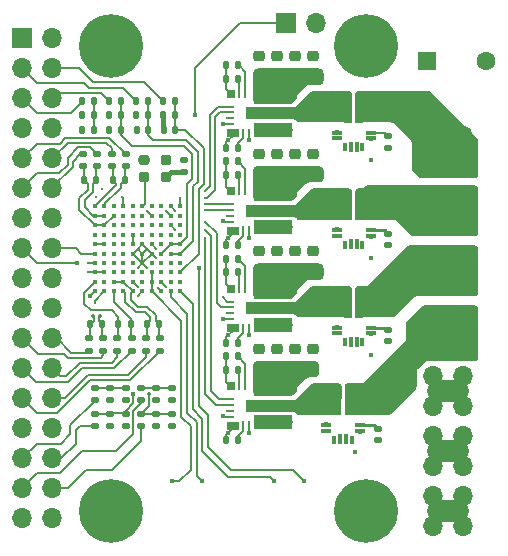
<source format=gtl>
%TF.GenerationSoftware,KiCad,Pcbnew,(7.0.0)*%
%TF.CreationDate,2023-11-06T15:13:20-05:00*%
%TF.ProjectId,ECE4760 Motor Driver,45434534-3736-4302-904d-6f746f722044,rev?*%
%TF.SameCoordinates,Original*%
%TF.FileFunction,Copper,L1,Top*%
%TF.FilePolarity,Positive*%
%FSLAX46Y46*%
G04 Gerber Fmt 4.6, Leading zero omitted, Abs format (unit mm)*
G04 Created by KiCad (PCBNEW (7.0.0)) date 2023-11-06 15:13:20*
%MOMM*%
%LPD*%
G01*
G04 APERTURE LIST*
G04 Aperture macros list*
%AMRoundRect*
0 Rectangle with rounded corners*
0 $1 Rounding radius*
0 $2 $3 $4 $5 $6 $7 $8 $9 X,Y pos of 4 corners*
0 Add a 4 corners polygon primitive as box body*
4,1,4,$2,$3,$4,$5,$6,$7,$8,$9,$2,$3,0*
0 Add four circle primitives for the rounded corners*
1,1,$1+$1,$2,$3*
1,1,$1+$1,$4,$5*
1,1,$1+$1,$6,$7*
1,1,$1+$1,$8,$9*
0 Add four rect primitives between the rounded corners*
20,1,$1+$1,$2,$3,$4,$5,0*
20,1,$1+$1,$4,$5,$6,$7,0*
20,1,$1+$1,$6,$7,$8,$9,0*
20,1,$1+$1,$8,$9,$2,$3,0*%
%AMRotRect*
0 Rectangle, with rotation*
0 The origin of the aperture is its center*
0 $1 length*
0 $2 width*
0 $3 Rotation angle, in degrees counterclockwise*
0 Add horizontal line*
21,1,$1,$2,0,0,$3*%
G04 Aperture macros list end*
%TA.AperFunction,SMDPad,CuDef*%
%ADD10RoundRect,0.135000X0.185000X-0.135000X0.185000X0.135000X-0.185000X0.135000X-0.185000X-0.135000X0*%
%TD*%
%TA.AperFunction,ComponentPad*%
%ADD11C,0.800000*%
%TD*%
%TA.AperFunction,ComponentPad*%
%ADD12C,5.400000*%
%TD*%
%TA.AperFunction,SMDPad,CuDef*%
%ADD13RoundRect,0.135000X-0.135000X-0.185000X0.135000X-0.185000X0.135000X0.185000X-0.135000X0.185000X0*%
%TD*%
%TA.AperFunction,SMDPad,CuDef*%
%ADD14R,0.800000X1.070000*%
%TD*%
%TA.AperFunction,SMDPad,CuDef*%
%ADD15RotRect,0.282800X0.282800X315.000000*%
%TD*%
%TA.AperFunction,SMDPad,CuDef*%
%ADD16R,0.600000X0.200000*%
%TD*%
%TA.AperFunction,SMDPad,CuDef*%
%ADD17R,0.850000X0.300000*%
%TD*%
%TA.AperFunction,SMDPad,CuDef*%
%ADD18R,0.300000X0.800000*%
%TD*%
%TA.AperFunction,SMDPad,CuDef*%
%ADD19R,0.300000X0.850000*%
%TD*%
%TA.AperFunction,SMDPad,CuDef*%
%ADD20RoundRect,0.140000X0.140000X0.170000X-0.140000X0.170000X-0.140000X-0.170000X0.140000X-0.170000X0*%
%TD*%
%TA.AperFunction,SMDPad,CuDef*%
%ADD21RoundRect,0.140000X0.170000X-0.140000X0.170000X0.140000X-0.170000X0.140000X-0.170000X-0.140000X0*%
%TD*%
%TA.AperFunction,SMDPad,CuDef*%
%ADD22RoundRect,0.135000X-0.185000X0.135000X-0.185000X-0.135000X0.185000X-0.135000X0.185000X0.135000X0*%
%TD*%
%TA.AperFunction,SMDPad,CuDef*%
%ADD23R,0.795000X0.245000*%
%TD*%
%TA.AperFunction,SMDPad,CuDef*%
%ADD24R,1.030000X0.680000*%
%TD*%
%TA.AperFunction,SMDPad,CuDef*%
%ADD25R,0.245000X0.795000*%
%TD*%
%TA.AperFunction,SMDPad,CuDef*%
%ADD26R,3.210000X1.255000*%
%TD*%
%TA.AperFunction,SMDPad,CuDef*%
%ADD27R,3.890000X0.990000*%
%TD*%
%TA.AperFunction,SMDPad,CuDef*%
%ADD28R,0.780000X0.780000*%
%TD*%
%TA.AperFunction,SMDPad,CuDef*%
%ADD29RoundRect,0.225000X0.250000X-0.225000X0.250000X0.225000X-0.250000X0.225000X-0.250000X-0.225000X0*%
%TD*%
%TA.AperFunction,SMDPad,CuDef*%
%ADD30RoundRect,0.140000X-0.170000X0.140000X-0.170000X-0.140000X0.170000X-0.140000X0.170000X0.140000X0*%
%TD*%
%TA.AperFunction,SMDPad,CuDef*%
%ADD31RoundRect,0.135000X0.135000X0.185000X-0.135000X0.185000X-0.135000X-0.185000X0.135000X-0.185000X0*%
%TD*%
%TA.AperFunction,SMDPad,CuDef*%
%ADD32RoundRect,0.140000X-0.140000X-0.170000X0.140000X-0.170000X0.140000X0.170000X-0.140000X0.170000X0*%
%TD*%
%TA.AperFunction,ComponentPad*%
%ADD33RoundRect,0.250000X-1.550000X0.650000X-1.550000X-0.650000X1.550000X-0.650000X1.550000X0.650000X0*%
%TD*%
%TA.AperFunction,ComponentPad*%
%ADD34O,3.600000X1.800000*%
%TD*%
%TA.AperFunction,SMDPad,CuDef*%
%ADD35RoundRect,0.200000X-0.250000X0.200000X-0.250000X-0.200000X0.250000X-0.200000X0.250000X0.200000X0*%
%TD*%
%TA.AperFunction,ComponentPad*%
%ADD36R,1.600000X1.600000*%
%TD*%
%TA.AperFunction,ComponentPad*%
%ADD37C,1.600000*%
%TD*%
%TA.AperFunction,SMDPad,CuDef*%
%ADD38C,0.400000*%
%TD*%
%TA.AperFunction,ComponentPad*%
%ADD39R,1.700000X1.700000*%
%TD*%
%TA.AperFunction,ComponentPad*%
%ADD40O,1.700000X1.700000*%
%TD*%
%TA.AperFunction,ViaPad*%
%ADD41C,0.350000*%
%TD*%
%TA.AperFunction,ViaPad*%
%ADD42C,0.400000*%
%TD*%
%TA.AperFunction,ViaPad*%
%ADD43C,0.300000*%
%TD*%
%TA.AperFunction,ViaPad*%
%ADD44C,0.450000*%
%TD*%
%TA.AperFunction,Conductor*%
%ADD45C,0.200000*%
%TD*%
%TA.AperFunction,Conductor*%
%ADD46C,0.381000*%
%TD*%
%TA.AperFunction,Conductor*%
%ADD47C,0.254000*%
%TD*%
G04 APERTURE END LIST*
D10*
%TO.P,R24,1*%
%TO.N,Enc_B_In-*%
X86300000Y-69610000D03*
%TO.P,R24,2*%
%TO.N,/ENC_B-*%
X86300000Y-68590000D03*
%TD*%
D11*
%TO.P,H2,1,1*%
%TO.N,GND*%
X83700000Y-43815000D03*
X84293109Y-42383109D03*
X84293109Y-45246891D03*
X85725000Y-41790000D03*
D12*
X85725000Y-43815000D03*
D11*
X85725000Y-45840000D03*
X87156891Y-42383109D03*
X87156891Y-45246891D03*
X87750000Y-43815000D03*
%TD*%
D13*
%TO.P,R15,1*%
%TO.N,GND*%
X90190000Y-49700000D03*
%TO.P,R15,2*%
%TO.N,/HALL_B*%
X91210000Y-49700000D03*
%TD*%
D14*
%TO.P,U2,1,IP+*%
%TO.N,PH1*%
X106798999Y-49606999D03*
D15*
X106998999Y-50141999D03*
D16*
X106698999Y-50241999D03*
D14*
%TO.P,U2,2,IP-*%
%TO.N,Net-(Q1-SW)*%
X105798999Y-49606999D03*
D15*
X105598999Y-50141999D03*
D16*
X105898999Y-50241999D03*
D17*
%TO.P,U2,3,GND*%
%TO.N,GND*%
X104848999Y-51156999D03*
%TO.P,U2,4,~{FAULT}*%
%TO.N,unconnected-(U2-~{FAULT}-Pad4)*%
X104848999Y-51656999D03*
D18*
%TO.P,U2,5,NC*%
%TO.N,unconnected-(U2-NC-Pad5)*%
X105548999Y-52406999D03*
D19*
%TO.P,U2,6,NC*%
%TO.N,unconnected-(U2-NC-Pad6)*%
X106048999Y-52356999D03*
%TO.P,U2,7,NC*%
%TO.N,unconnected-(U2-NC-Pad7)*%
X106548999Y-52356999D03*
D18*
%TO.P,U2,8,NC*%
%TO.N,unconnected-(U2-NC-Pad8)*%
X107048999Y-52406999D03*
D17*
%TO.P,U2,9,VIOUT*%
%TO.N,/PH1_SENSE*%
X107748999Y-51656999D03*
%TO.P,U2,10,VCC*%
%TO.N,+3V3*%
X107748999Y-51156999D03*
%TD*%
D10*
%TO.P,R27,1*%
%TO.N,Enc_I_In-*%
X88700000Y-69610000D03*
%TO.P,R27,2*%
%TO.N,/ENC_I-*%
X88700000Y-68590000D03*
%TD*%
D20*
%TO.P,C28,1*%
%TO.N,Net-(Q3-V_{PHASE})*%
X96492000Y-61849000D03*
%TO.P,C28,2*%
%TO.N,Net-(Q3-V_{BOOT})*%
X95532000Y-61849000D03*
%TD*%
D10*
%TO.P,R39,1*%
%TO.N,Lim_H_In*%
X84400000Y-76010000D03*
%TO.P,R39,2*%
%TO.N,/LIM_H*%
X84400000Y-74990000D03*
%TD*%
%TO.P,R38,1*%
%TO.N,GND*%
X89600000Y-73810000D03*
%TO.P,R38,2*%
%TO.N,/LIM_R*%
X89600000Y-72790000D03*
%TD*%
D13*
%TO.P,R6,1*%
%TO.N,+5V*%
X95502000Y-60706000D03*
%TO.P,R6,2*%
%TO.N,Net-(Q2-R_{DRV})*%
X96522000Y-60706000D03*
%TD*%
%TO.P,R12,1*%
%TO.N,Hall_A_In*%
X85590000Y-48500000D03*
%TO.P,R12,2*%
%TO.N,/HALL_A*%
X86610000Y-48500000D03*
%TD*%
D21*
%TO.P,C18,1*%
%TO.N,GND*%
X109220000Y-52423000D03*
%TO.P,C18,2*%
%TO.N,+3V3*%
X109220000Y-51463000D03*
%TD*%
D10*
%TO.P,R41,1*%
%TO.N,Lim_Aux_In*%
X88300000Y-76010000D03*
%TO.P,R41,2*%
%TO.N,/LIM_AUX*%
X88300000Y-74990000D03*
%TD*%
D22*
%TO.P,R30,1*%
%TO.N,Aux_Enc_A_In-*%
X84600000Y-52990000D03*
%TO.P,R30,2*%
%TO.N,/AUX_ENC_A-*%
X84600000Y-54010000D03*
%TD*%
D10*
%TO.P,R26,1*%
%TO.N,Enc_I_In+*%
X89899999Y-69610000D03*
%TO.P,R26,2*%
%TO.N,/ENC_I+*%
X89899999Y-68590000D03*
%TD*%
D23*
%TO.P,Q1,1,HS*%
%TO.N,/PH1_HI*%
X95872999Y-48954999D03*
%TO.P,Q1,2,LS*%
%TO.N,/PH1_LO*%
X95872999Y-49454999D03*
%TO.P,Q1,3,SD*%
%TO.N,unconnected-(Q1-SD-Pad3)*%
X95872999Y-49954999D03*
%TO.P,Q1,4,V_{DD}*%
%TO.N,Net-(Q1-V_{DD})*%
X95872999Y-50454999D03*
D24*
%TO.P,Q1,5,V_{DRV}*%
%TO.N,+5V*%
X96047999Y-51204999D03*
D25*
%TO.P,Q1,6,R_{DRV}*%
%TO.N,Net-(Q1-R_{DRV})*%
X96972999Y-51179999D03*
%TO.P,Q1,7,AGND*%
%TO.N,GND*%
X97472999Y-51179999D03*
D26*
%TO.P,Q1,8,PGND*%
X99472999Y-50929999D03*
D27*
%TO.P,Q1,9,SW*%
%TO.N,Net-(Q1-SW)*%
X99147999Y-49529999D03*
D26*
%TO.P,Q1,10,V_{PWR}*%
%TO.N,Vdrive*%
X99472999Y-48129999D03*
D25*
%TO.P,Q1,11,V_{PHASE}*%
%TO.N,Net-(Q1-V_{PHASE})*%
X97122999Y-47879999D03*
%TO.P,Q1,12,R_{BOOT}*%
%TO.N,Net-(Q1-R_{BOOT})*%
X96622999Y-47879999D03*
D28*
%TO.P,Q1,13,V_{BOOT}*%
%TO.N,Net-(Q1-V_{BOOT})*%
X95897999Y-47879999D03*
%TD*%
D29*
%TO.P,C49,1*%
%TO.N,Vdrive*%
X102870000Y-62751000D03*
%TO.P,C49,2*%
%TO.N,GND*%
X102870000Y-61201000D03*
%TD*%
D10*
%TO.P,R40,1*%
%TO.N,GND*%
X85700000Y-76010000D03*
%TO.P,R40,2*%
%TO.N,/LIM_H*%
X85700000Y-74990000D03*
%TD*%
D29*
%TO.P,C42,1*%
%TO.N,Vdrive*%
X98298000Y-54496000D03*
%TO.P,C42,2*%
%TO.N,GND*%
X98298000Y-52946000D03*
%TD*%
%TO.P,C39,1*%
%TO.N,Vdrive*%
X98298000Y-46241000D03*
%TO.P,C39,2*%
%TO.N,GND*%
X98298000Y-44691000D03*
%TD*%
D13*
%TO.P,R14,1*%
%TO.N,Hall_B_In*%
X90190000Y-48500000D03*
%TO.P,R14,2*%
%TO.N,/HALL_B*%
X91210000Y-48500000D03*
%TD*%
D29*
%TO.P,C50,1*%
%TO.N,Vdrive*%
X98298000Y-71006000D03*
%TO.P,C50,2*%
%TO.N,GND*%
X98298000Y-69456000D03*
%TD*%
D13*
%TO.P,R10,1*%
%TO.N,+5V*%
X95502000Y-77216000D03*
%TO.P,R10,2*%
%TO.N,Net-(Q4-R_{DRV})*%
X96522000Y-77216000D03*
%TD*%
D30*
%TO.P,C11,1*%
%TO.N,GND*%
X91900000Y-53520000D03*
%TO.P,C11,2*%
%TO.N,+3V3*%
X91900000Y-54480000D03*
%TD*%
D29*
%TO.P,C38,1*%
%TO.N,Vdrive*%
X99822000Y-46241000D03*
%TO.P,C38,2*%
%TO.N,GND*%
X99822000Y-44691000D03*
%TD*%
D22*
%TO.P,R33,1*%
%TO.N,Aux_Enc_B_In-*%
X87000000Y-52990000D03*
%TO.P,R33,2*%
%TO.N,/AUX_ENC_B-*%
X87000000Y-54010000D03*
%TD*%
D31*
%TO.P,R31,1*%
%TO.N,/AUX_ENC_A-*%
X84510000Y-55200000D03*
%TO.P,R31,2*%
%TO.N,/AUX_ENC_A+*%
X83490000Y-55200000D03*
%TD*%
D29*
%TO.P,C44,1*%
%TO.N,Vdrive*%
X101346000Y-54496000D03*
%TO.P,C44,2*%
%TO.N,GND*%
X101346000Y-52946000D03*
%TD*%
D13*
%TO.P,R4,1*%
%TO.N,+5V*%
X95502000Y-52451000D03*
%TO.P,R4,2*%
%TO.N,Net-(Q1-R_{DRV})*%
X96522000Y-52451000D03*
%TD*%
D32*
%TO.P,C35,1*%
%TO.N,Net-(Q4-SW)*%
X104930000Y-72898000D03*
%TO.P,C35,2*%
%TO.N,PH4*%
X105890000Y-72898000D03*
%TD*%
%TO.P,C23,1*%
%TO.N,Net-(Q2-SW)*%
X105819000Y-56388000D03*
%TO.P,C23,2*%
%TO.N,PH2*%
X106779000Y-56388000D03*
%TD*%
D31*
%TO.P,R11,1*%
%TO.N,Net-(Q4-R_{BOOT})*%
X96522000Y-71247000D03*
%TO.P,R11,2*%
%TO.N,Net-(Q4-V_{BOOT})*%
X95502000Y-71247000D03*
%TD*%
D29*
%TO.P,C48,1*%
%TO.N,Vdrive*%
X101346000Y-62751000D03*
%TO.P,C48,2*%
%TO.N,GND*%
X101346000Y-61201000D03*
%TD*%
D21*
%TO.P,C36,1*%
%TO.N,GND*%
X108331000Y-77188000D03*
%TO.P,C36,2*%
%TO.N,+3V3*%
X108331000Y-76228000D03*
%TD*%
D30*
%TO.P,C72,1*%
%TO.N,/LIM_H*%
X87000000Y-75020000D03*
%TO.P,C72,2*%
%TO.N,GND*%
X87000000Y-75980000D03*
%TD*%
D10*
%TO.P,R20,1*%
%TO.N,Enc_A_In+*%
X85100000Y-69610000D03*
%TO.P,R20,2*%
%TO.N,/ENC_A+*%
X85100000Y-68590000D03*
%TD*%
D22*
%TO.P,R29,1*%
%TO.N,Aux_Enc_A_In+*%
X83400000Y-52990000D03*
%TO.P,R29,2*%
%TO.N,/AUX_ENC_A+*%
X83400000Y-54010000D03*
%TD*%
D21*
%TO.P,C30,1*%
%TO.N,GND*%
X109220000Y-68806000D03*
%TO.P,C30,2*%
%TO.N,+3V3*%
X109220000Y-67846000D03*
%TD*%
D29*
%TO.P,C40,1*%
%TO.N,Vdrive*%
X101346000Y-46241000D03*
%TO.P,C40,2*%
%TO.N,GND*%
X101346000Y-44691000D03*
%TD*%
D13*
%TO.P,R18,1*%
%TO.N,Hall_I_In*%
X83290000Y-48500000D03*
%TO.P,R18,2*%
%TO.N,/HALL_I*%
X84310000Y-48500000D03*
%TD*%
D29*
%TO.P,C53,1*%
%TO.N,Vdrive*%
X102870000Y-71006000D03*
%TO.P,C53,2*%
%TO.N,GND*%
X102870000Y-69456000D03*
%TD*%
D10*
%TO.P,R42,1*%
%TO.N,GND*%
X89600000Y-76010000D03*
%TO.P,R42,2*%
%TO.N,/LIM_AUX*%
X89600000Y-74990000D03*
%TD*%
D11*
%TO.P,H1,1,1*%
%TO.N,GND*%
X105290000Y-43815000D03*
X105883109Y-42383109D03*
X105883109Y-45246891D03*
X107315000Y-41790000D03*
D12*
X107315000Y-43815000D03*
D11*
X107315000Y-45840000D03*
X108746891Y-42383109D03*
X108746891Y-45246891D03*
X109340000Y-43815000D03*
%TD*%
D10*
%TO.P,R36,1*%
%TO.N,GND*%
X85700000Y-73810000D03*
%TO.P,R36,2*%
%TO.N,/LIM_L*%
X85700000Y-72790000D03*
%TD*%
D30*
%TO.P,C71,1*%
%TO.N,/LIM_R*%
X90900000Y-72820000D03*
%TO.P,C71,2*%
%TO.N,GND*%
X90900000Y-73780000D03*
%TD*%
D14*
%TO.P,U4,1,IP+*%
%TO.N,PH3*%
X106798999Y-66116999D03*
D15*
X106998999Y-66651999D03*
D16*
X106698999Y-66751999D03*
D14*
%TO.P,U4,2,IP-*%
%TO.N,Net-(Q3-SW)*%
X105798999Y-66116999D03*
D15*
X105598999Y-66651999D03*
D16*
X105898999Y-66751999D03*
D17*
%TO.P,U4,3,GND*%
%TO.N,GND*%
X104848999Y-67666999D03*
%TO.P,U4,4,~{FAULT}*%
%TO.N,unconnected-(U4-~{FAULT}-Pad4)*%
X104848999Y-68166999D03*
D18*
%TO.P,U4,5,NC*%
%TO.N,unconnected-(U4-NC-Pad5)*%
X105548999Y-68916999D03*
D19*
%TO.P,U4,6,NC*%
%TO.N,unconnected-(U4-NC-Pad6)*%
X106048999Y-68866999D03*
%TO.P,U4,7,NC*%
%TO.N,unconnected-(U4-NC-Pad7)*%
X106548999Y-68866999D03*
D18*
%TO.P,U4,8,NC*%
%TO.N,unconnected-(U4-NC-Pad8)*%
X107048999Y-68916999D03*
D17*
%TO.P,U4,9,VIOUT*%
%TO.N,/PH3_SENSE*%
X107748999Y-68166999D03*
%TO.P,U4,10,VCC*%
%TO.N,+3V3*%
X107748999Y-67666999D03*
%TD*%
D22*
%TO.P,R32,1*%
%TO.N,Aux_Enc_B_In+*%
X85800000Y-52990000D03*
%TO.P,R32,2*%
%TO.N,/AUX_ENC_B+*%
X85800000Y-54010000D03*
%TD*%
D33*
%TO.P,J2,1,Pin_1*%
%TO.N,PH1*%
X114300000Y-52705000D03*
D34*
%TO.P,J2,2,Pin_2*%
%TO.N,PH2*%
X114299999Y-57784999D03*
%TO.P,J2,3,Pin_3*%
%TO.N,PH3*%
X114299999Y-62864999D03*
%TO.P,J2,4,Pin_4*%
%TO.N,PH4*%
X114299999Y-67944999D03*
%TO.P,J2,5,Pin_5*%
%TO.N,GND*%
X114299999Y-73024999D03*
%TO.P,J2,6,Pin_6*%
%TO.N,Vdrive*%
X114299999Y-78104999D03*
%TO.P,J2,7,Pin_7*%
%TO.N,+5V*%
X114299999Y-83184999D03*
%TD*%
D29*
%TO.P,C43,1*%
%TO.N,Vdrive*%
X99822000Y-54496000D03*
%TO.P,C43,2*%
%TO.N,GND*%
X99822000Y-52946000D03*
%TD*%
D10*
%TO.P,R21,1*%
%TO.N,Enc_A_In-*%
X83900000Y-69610000D03*
%TO.P,R21,2*%
%TO.N,/ENC_A-*%
X83900000Y-68590000D03*
%TD*%
D13*
%TO.P,R19,1*%
%TO.N,GND*%
X83290000Y-49700000D03*
%TO.P,R19,2*%
%TO.N,/HALL_I*%
X84310000Y-49700000D03*
%TD*%
%TO.P,R28,1*%
%TO.N,/ENC_I-*%
X88790000Y-67400000D03*
%TO.P,R28,2*%
%TO.N,/ENC_I+*%
X89810000Y-67400000D03*
%TD*%
D29*
%TO.P,C52,1*%
%TO.N,Vdrive*%
X101346000Y-71006000D03*
%TO.P,C52,2*%
%TO.N,GND*%
X101346000Y-69456000D03*
%TD*%
D13*
%TO.P,R17,1*%
%TO.N,GND*%
X87890000Y-49700000D03*
%TO.P,R17,2*%
%TO.N,/HALL_C*%
X88910000Y-49700000D03*
%TD*%
D14*
%TO.P,U6,1,IP+*%
%TO.N,PH4*%
X105909999Y-74371999D03*
D15*
X106109999Y-74906999D03*
D16*
X105809999Y-75006999D03*
D14*
%TO.P,U6,2,IP-*%
%TO.N,Net-(Q4-SW)*%
X104909999Y-74371999D03*
D15*
X104709999Y-74906999D03*
D16*
X105009999Y-75006999D03*
D17*
%TO.P,U6,3,GND*%
%TO.N,GND*%
X103959999Y-75921999D03*
%TO.P,U6,4,~{FAULT}*%
%TO.N,unconnected-(U6-~{FAULT}-Pad4)*%
X103959999Y-76421999D03*
D18*
%TO.P,U6,5,NC*%
%TO.N,unconnected-(U6-NC-Pad5)*%
X104659999Y-77171999D03*
D19*
%TO.P,U6,6,NC*%
%TO.N,unconnected-(U6-NC-Pad6)*%
X105159999Y-77121999D03*
%TO.P,U6,7,NC*%
%TO.N,unconnected-(U6-NC-Pad7)*%
X105659999Y-77121999D03*
D18*
%TO.P,U6,8,NC*%
%TO.N,unconnected-(U6-NC-Pad8)*%
X106159999Y-77171999D03*
D17*
%TO.P,U6,9,VIOUT*%
%TO.N,/PH4_SENSE*%
X106859999Y-76421999D03*
%TO.P,U6,10,VCC*%
%TO.N,+3V3*%
X106859999Y-75921999D03*
%TD*%
D13*
%TO.P,R13,1*%
%TO.N,GND*%
X85590000Y-49700000D03*
%TO.P,R13,2*%
%TO.N,/HALL_A*%
X86610000Y-49700000D03*
%TD*%
D31*
%TO.P,R5,1*%
%TO.N,Net-(Q1-R_{BOOT})*%
X96522000Y-46609000D03*
%TO.P,R5,2*%
%TO.N,Net-(Q1-V_{BOOT})*%
X95502000Y-46609000D03*
%TD*%
D29*
%TO.P,C41,1*%
%TO.N,Vdrive*%
X102870000Y-46241000D03*
%TO.P,C41,2*%
%TO.N,GND*%
X102870000Y-44691000D03*
%TD*%
D21*
%TO.P,C24,1*%
%TO.N,GND*%
X109220000Y-60678000D03*
%TO.P,C24,2*%
%TO.N,+3V3*%
X109220000Y-59718000D03*
%TD*%
D10*
%TO.P,R23,1*%
%TO.N,Enc_B_In+*%
X87500000Y-69610000D03*
%TO.P,R23,2*%
%TO.N,/ENC_B+*%
X87500000Y-68590000D03*
%TD*%
D23*
%TO.P,Q4,1,HS*%
%TO.N,/PH4_HI*%
X95872999Y-73719999D03*
%TO.P,Q4,2,LS*%
%TO.N,/PH4_LO*%
X95872999Y-74219999D03*
%TO.P,Q4,3,SD*%
%TO.N,unconnected-(Q4-SD-Pad3)*%
X95872999Y-74719999D03*
%TO.P,Q4,4,V_{DD}*%
%TO.N,Net-(Q4-V_{DD})*%
X95872999Y-75219999D03*
D24*
%TO.P,Q4,5,V_{DRV}*%
%TO.N,+5V*%
X96047999Y-75969999D03*
D25*
%TO.P,Q4,6,R_{DRV}*%
%TO.N,Net-(Q4-R_{DRV})*%
X96972999Y-75944999D03*
%TO.P,Q4,7,AGND*%
%TO.N,GND*%
X97472999Y-75944999D03*
D26*
%TO.P,Q4,8,PGND*%
X99472999Y-75694999D03*
D27*
%TO.P,Q4,9,SW*%
%TO.N,Net-(Q4-SW)*%
X99147999Y-74294999D03*
D26*
%TO.P,Q4,10,V_{PWR}*%
%TO.N,Vdrive*%
X99472999Y-72894999D03*
D25*
%TO.P,Q4,11,V_{PHASE}*%
%TO.N,Net-(Q4-V_{PHASE})*%
X97122999Y-72644999D03*
%TO.P,Q4,12,R_{BOOT}*%
%TO.N,Net-(Q4-R_{BOOT})*%
X96622999Y-72644999D03*
D28*
%TO.P,Q4,13,V_{BOOT}*%
%TO.N,Net-(Q4-V_{BOOT})*%
X95897999Y-72644999D03*
%TD*%
D10*
%TO.P,R35,1*%
%TO.N,Lim_L_In*%
X84400000Y-73810000D03*
%TO.P,R35,2*%
%TO.N,/LIM_L*%
X84400000Y-72790000D03*
%TD*%
D20*
%TO.P,C22,1*%
%TO.N,Net-(Q2-V_{PHASE})*%
X96492000Y-53594000D03*
%TO.P,C22,2*%
%TO.N,Net-(Q2-V_{BOOT})*%
X95532000Y-53594000D03*
%TD*%
%TO.P,C67,1*%
%TO.N,/HALL_B*%
X91180000Y-50900000D03*
%TO.P,C67,2*%
%TO.N,GND*%
X90220000Y-50900000D03*
%TD*%
D14*
%TO.P,U3,1,IP+*%
%TO.N,PH2*%
X106798999Y-57861999D03*
D15*
X106998999Y-58396999D03*
D16*
X106698999Y-58496999D03*
D14*
%TO.P,U3,2,IP-*%
%TO.N,Net-(Q2-SW)*%
X105798999Y-57861999D03*
D15*
X105598999Y-58396999D03*
D16*
X105898999Y-58496999D03*
D17*
%TO.P,U3,3,GND*%
%TO.N,GND*%
X104848999Y-59411999D03*
%TO.P,U3,4,~{FAULT}*%
%TO.N,unconnected-(U3-~{FAULT}-Pad4)*%
X104848999Y-59911999D03*
D18*
%TO.P,U3,5,NC*%
%TO.N,unconnected-(U3-NC-Pad5)*%
X105548999Y-60661999D03*
D19*
%TO.P,U3,6,NC*%
%TO.N,unconnected-(U3-NC-Pad6)*%
X106048999Y-60611999D03*
%TO.P,U3,7,NC*%
%TO.N,unconnected-(U3-NC-Pad7)*%
X106548999Y-60611999D03*
D18*
%TO.P,U3,8,NC*%
%TO.N,unconnected-(U3-NC-Pad8)*%
X107048999Y-60661999D03*
D17*
%TO.P,U3,9,VIOUT*%
%TO.N,/PH2_SENSE*%
X107748999Y-59911999D03*
%TO.P,U3,10,VCC*%
%TO.N,+3V3*%
X107748999Y-59411999D03*
%TD*%
D20*
%TO.P,C68,1*%
%TO.N,/HALL_C*%
X88880000Y-50900000D03*
%TO.P,C68,2*%
%TO.N,GND*%
X87920000Y-50900000D03*
%TD*%
D32*
%TO.P,C17,1*%
%TO.N,Net-(Q1-SW)*%
X105819000Y-48133000D03*
%TO.P,C17,2*%
%TO.N,PH1*%
X106779000Y-48133000D03*
%TD*%
D31*
%TO.P,R7,1*%
%TO.N,Net-(Q2-R_{BOOT})*%
X96522000Y-54737000D03*
%TO.P,R7,2*%
%TO.N,Net-(Q2-V_{BOOT})*%
X95502000Y-54737000D03*
%TD*%
D20*
%TO.P,C34,1*%
%TO.N,Net-(Q4-V_{PHASE})*%
X96492000Y-70104000D03*
%TO.P,C34,2*%
%TO.N,Net-(Q4-V_{BOOT})*%
X95532000Y-70104000D03*
%TD*%
D11*
%TO.P,H4,1,1*%
%TO.N,GND*%
X83700000Y-83185000D03*
X84293109Y-81753109D03*
X84293109Y-84616891D03*
X85725000Y-81160000D03*
D12*
X85725000Y-83185000D03*
D11*
X85725000Y-85210000D03*
X87156891Y-81753109D03*
X87156891Y-84616891D03*
X87750000Y-83185000D03*
%TD*%
D20*
%TO.P,C16,1*%
%TO.N,Net-(Q1-V_{PHASE})*%
X96492000Y-45466000D03*
%TO.P,C16,2*%
%TO.N,Net-(Q1-V_{BOOT})*%
X95532000Y-45466000D03*
%TD*%
D35*
%TO.P,X1,1,Tri-State*%
%TO.N,unconnected-(X1-Tri-State-Pad1)*%
X90425000Y-53475000D03*
%TO.P,X1,2,GND*%
%TO.N,GND*%
X88575000Y-53475000D03*
%TO.P,X1,3,OUT*%
%TO.N,/OSC_IN*%
X88575000Y-54925000D03*
%TO.P,X1,4,VDD*%
%TO.N,+3V3*%
X90425000Y-54925000D03*
%TD*%
D36*
%TO.P,C1,1*%
%TO.N,Vdrive*%
X112532348Y-45084999D03*
D37*
%TO.P,C1,2*%
%TO.N,GND*%
X117532349Y-45085000D03*
%TD*%
D20*
%TO.P,C66,1*%
%TO.N,/HALL_A*%
X86580000Y-50900000D03*
%TO.P,C66,2*%
%TO.N,GND*%
X85620000Y-50900000D03*
%TD*%
D31*
%TO.P,R34,1*%
%TO.N,/AUX_ENC_B-*%
X86910000Y-55200000D03*
%TO.P,R34,2*%
%TO.N,/AUX_ENC_B+*%
X85890000Y-55200000D03*
%TD*%
D11*
%TO.P,H3,1,1*%
%TO.N,GND*%
X105290000Y-83185000D03*
X105883109Y-81753109D03*
X105883109Y-84616891D03*
X107315000Y-81160000D03*
D12*
X107315000Y-83185000D03*
D11*
X107315000Y-85210000D03*
X108746891Y-81753109D03*
X108746891Y-84616891D03*
X109340000Y-83185000D03*
%TD*%
D31*
%TO.P,R9,1*%
%TO.N,Net-(Q3-R_{BOOT})*%
X96522000Y-62992000D03*
%TO.P,R9,2*%
%TO.N,Net-(Q3-V_{BOOT})*%
X95502000Y-62992000D03*
%TD*%
D23*
%TO.P,Q2,1,HS*%
%TO.N,/PH2_HI*%
X95872999Y-57209999D03*
%TO.P,Q2,2,LS*%
%TO.N,/PH2_LO*%
X95872999Y-57709999D03*
%TO.P,Q2,3,SD*%
%TO.N,unconnected-(Q2-SD-Pad3)*%
X95872999Y-58209999D03*
%TO.P,Q2,4,V_{DD}*%
%TO.N,Net-(Q2-V_{DD})*%
X95872999Y-58709999D03*
D24*
%TO.P,Q2,5,V_{DRV}*%
%TO.N,+5V*%
X96047999Y-59459999D03*
D25*
%TO.P,Q2,6,R_{DRV}*%
%TO.N,Net-(Q2-R_{DRV})*%
X96972999Y-59434999D03*
%TO.P,Q2,7,AGND*%
%TO.N,GND*%
X97472999Y-59434999D03*
D26*
%TO.P,Q2,8,PGND*%
X99472999Y-59184999D03*
D27*
%TO.P,Q2,9,SW*%
%TO.N,Net-(Q2-SW)*%
X99147999Y-57784999D03*
D26*
%TO.P,Q2,10,V_{PWR}*%
%TO.N,Vdrive*%
X99472999Y-56384999D03*
D25*
%TO.P,Q2,11,V_{PHASE}*%
%TO.N,Net-(Q2-V_{PHASE})*%
X97122999Y-56134999D03*
%TO.P,Q2,12,R_{BOOT}*%
%TO.N,Net-(Q2-R_{BOOT})*%
X96622999Y-56134999D03*
D28*
%TO.P,Q2,13,V_{BOOT}*%
%TO.N,Net-(Q2-V_{BOOT})*%
X95897999Y-56134999D03*
%TD*%
D13*
%TO.P,R25,1*%
%TO.N,/ENC_B-*%
X86390000Y-67400000D03*
%TO.P,R25,2*%
%TO.N,/ENC_B+*%
X87410000Y-67400000D03*
%TD*%
D29*
%TO.P,C51,1*%
%TO.N,Vdrive*%
X99822000Y-71006000D03*
%TO.P,C51,2*%
%TO.N,GND*%
X99822000Y-69456000D03*
%TD*%
D13*
%TO.P,R22,1*%
%TO.N,/ENC_A-*%
X83990000Y-67400000D03*
%TO.P,R22,2*%
%TO.N,/ENC_A+*%
X85010000Y-67400000D03*
%TD*%
%TO.P,R8,1*%
%TO.N,+5V*%
X95502000Y-68961000D03*
%TO.P,R8,2*%
%TO.N,Net-(Q3-R_{DRV})*%
X96522000Y-68961000D03*
%TD*%
D30*
%TO.P,C73,1*%
%TO.N,/LIM_AUX*%
X90900000Y-75020000D03*
%TO.P,C73,2*%
%TO.N,GND*%
X90900000Y-75980000D03*
%TD*%
D29*
%TO.P,C46,1*%
%TO.N,Vdrive*%
X98298000Y-62751000D03*
%TO.P,C46,2*%
%TO.N,GND*%
X98298000Y-61201000D03*
%TD*%
D32*
%TO.P,C29,1*%
%TO.N,Net-(Q3-SW)*%
X105819000Y-64643000D03*
%TO.P,C29,2*%
%TO.N,PH3*%
X106779000Y-64643000D03*
%TD*%
D23*
%TO.P,Q3,1,HS*%
%TO.N,/PH3_HI*%
X95872999Y-65464999D03*
%TO.P,Q3,2,LS*%
%TO.N,/PH3_LO*%
X95872999Y-65964999D03*
%TO.P,Q3,3,SD*%
%TO.N,unconnected-(Q3-SD-Pad3)*%
X95872999Y-66464999D03*
%TO.P,Q3,4,V_{DD}*%
%TO.N,Net-(Q3-V_{DD})*%
X95872999Y-66964999D03*
D24*
%TO.P,Q3,5,V_{DRV}*%
%TO.N,+5V*%
X96047999Y-67714999D03*
D25*
%TO.P,Q3,6,R_{DRV}*%
%TO.N,Net-(Q3-R_{DRV})*%
X96972999Y-67689999D03*
%TO.P,Q3,7,AGND*%
%TO.N,GND*%
X97472999Y-67689999D03*
D26*
%TO.P,Q3,8,PGND*%
X99472999Y-67439999D03*
D27*
%TO.P,Q3,9,SW*%
%TO.N,Net-(Q3-SW)*%
X99147999Y-66039999D03*
D26*
%TO.P,Q3,10,V_{PWR}*%
%TO.N,Vdrive*%
X99472999Y-64639999D03*
D25*
%TO.P,Q3,11,V_{PHASE}*%
%TO.N,Net-(Q3-V_{PHASE})*%
X97122999Y-64389999D03*
%TO.P,Q3,12,R_{BOOT}*%
%TO.N,Net-(Q3-R_{BOOT})*%
X96622999Y-64389999D03*
D28*
%TO.P,Q3,13,V_{BOOT}*%
%TO.N,Net-(Q3-V_{BOOT})*%
X95897999Y-64389999D03*
%TD*%
D38*
%TO.P,U1,A1,TIM20_CH1N*%
%TO.N,/PH1_LO*%
X91600000Y-57400000D03*
%TO.P,U1,A2,PB9*%
%TO.N,unconnected-(U1-PB9-PadA2)*%
X91600000Y-58200000D03*
%TO.P,U1,A3,PB8*%
%TO.N,/BOOT_SELECT*%
X91600000Y-59000000D03*
%TO.P,U1,A4,PB6*%
%TO.N,unconnected-(U1-PB6-PadA4)*%
X91600000Y-59800000D03*
%TO.P,U1,A5,PB3*%
%TO.N,/HALL_A*%
X91600000Y-60600000D03*
%TO.P,U1,A6,PD6*%
%TO.N,/HALL_C*%
X91600000Y-61400000D03*
%TO.P,U1,A7,PD5*%
%TO.N,unconnected-(U1-PD5-PadA7)*%
X91600000Y-62200000D03*
%TO.P,U1,A8,TIM2_CH2*%
%TO.N,/HALL_B*%
X91600000Y-63000000D03*
%TO.P,U1,A9,FDCAN1_TX*%
%TO.N,unconnected-(U1-PD1-PadA9)*%
X91600000Y-63800000D03*
%TO.P,U1,A10,UART5_TX*%
%TO.N,/UART_TX*%
X91600000Y-64600000D03*
%TO.P,U1,B1,TIM20_CH2N*%
%TO.N,/PH2_LO*%
X90800000Y-57400000D03*
%TO.P,U1,B2,TIM20_CH2*%
%TO.N,/PH2_HI*%
X90800000Y-58200000D03*
%TO.P,U1,B3,TIM20_CH4*%
%TO.N,/PH4_HI*%
X90800000Y-59000000D03*
%TO.P,U1,B4,PB7*%
%TO.N,unconnected-(U1-PB7-PadB4)*%
X90800000Y-59800000D03*
%TO.P,U1,B5,PB5*%
%TO.N,/HALL_A*%
X90800000Y-60600000D03*
%TO.P,U1,B6,TIM2_CH3*%
%TO.N,/HALL_C*%
X90800000Y-61400000D03*
%TO.P,U1,B7,UART5_RX*%
%TO.N,/UART_RX*%
X90800000Y-62200000D03*
%TO.P,U1,B8,FDCAN1_RX*%
%TO.N,unconnected-(U1-PD0-PadB8)*%
X90800000Y-63000000D03*
%TO.P,U1,B9,PA15*%
%TO.N,unconnected-(U1-PA15-PadB9)*%
X90800000Y-63800000D03*
%TO.P,U1,B10,SYS_JTCK-SWCLK*%
%TO.N,/SWCLK*%
X90800000Y-64600000D03*
%TO.P,U1,C1,PC14*%
%TO.N,unconnected-(U1-PC14-PadC1)*%
X90000000Y-57400000D03*
%TO.P,U1,C2,TIM20_CH3N*%
%TO.N,/PH3_LO*%
X90000000Y-58200000D03*
%TO.P,U1,C3,TIM20_CH1*%
%TO.N,/PH1_HI*%
X90000000Y-59000000D03*
%TO.P,U1,C4,TIM20_CH4N*%
%TO.N,/PH4_LO*%
X90000000Y-59800000D03*
%TO.P,U1,C5,PB4*%
%TO.N,unconnected-(U1-PB4-PadC5)*%
X90000000Y-60600000D03*
%TO.P,U1,C6,TIM2_CH1*%
%TO.N,/HALL_A*%
X90000000Y-61400000D03*
%TO.P,U1,C7,PC11*%
%TO.N,unconnected-(U1-PC11-PadC7)*%
X90000000Y-62200000D03*
%TO.P,U1,C8,PC10*%
%TO.N,/LIM_AUX*%
X90000000Y-63000000D03*
%TO.P,U1,C9,USB_DP*%
%TO.N,/USB_D+*%
X90000000Y-63800000D03*
%TO.P,U1,C10,USB_DM*%
%TO.N,/USB_D-*%
X90000000Y-64600000D03*
%TO.P,U1,D1,PC15*%
%TO.N,unconnected-(U1-PC15-PadD1)*%
X89200000Y-57400000D03*
%TO.P,U1,D2,VSS*%
%TO.N,GND*%
X89200000Y-58200000D03*
%TO.P,U1,D3,VBAT*%
%TO.N,+3V3*%
X89200000Y-59000000D03*
%TO.P,U1,D4,PC13*%
%TO.N,unconnected-(U1-PC13-PadD4)*%
X89200000Y-59800000D03*
%TO.P,U1,D5,VDD*%
%TO.N,+3V3*%
X89200000Y-60600000D03*
%TO.P,U1,D6,VSS*%
%TO.N,GND*%
X89200000Y-61400000D03*
%TO.P,U1,D7,VDD*%
%TO.N,+3V3*%
X89200000Y-62200000D03*
%TO.P,U1,D8,SYS_JTMS-SWDIO*%
%TO.N,/SWDIO*%
X89200000Y-63000000D03*
%TO.P,U1,D9,PA10*%
X89200000Y-63800000D03*
%TO.P,U1,D10,PA9*%
X89200000Y-64600000D03*
%TO.P,U1,E1,RCC_OSC_IN*%
%TO.N,/OSC_IN*%
X88400000Y-57400000D03*
%TO.P,U1,E2,PF1*%
%TO.N,unconnected-(U1-PF1-PadE2)*%
X88400000Y-58200000D03*
%TO.P,U1,E3,PF9*%
%TO.N,unconnected-(U1-PF9-PadE3)*%
X88400000Y-59000000D03*
%TO.P,U1,E4,PF10*%
%TO.N,GND*%
X88400000Y-59800000D03*
%TO.P,U1,E5,VSS*%
X88400000Y-60600000D03*
%TO.P,U1,E6,VSS*%
X88400000Y-61400000D03*
%TO.P,U1,E7,VSS*%
X88400000Y-62200000D03*
%TO.P,U1,E8,TIM20_CH3*%
%TO.N,/PH3_HI*%
X88400000Y-63000000D03*
%TO.P,U1,E9,PC9*%
%TO.N,/LIM_R*%
X88400000Y-63800000D03*
%TO.P,U1,E10,PA8*%
%TO.N,/LIM_H*%
X88400000Y-64600000D03*
%TO.P,U1,F1,PC2*%
%TO.N,+3V3*%
X87600000Y-57400000D03*
%TO.P,U1,F2,PC0*%
%TO.N,unconnected-(U1-PC0-PadF2)*%
X87600000Y-58200000D03*
%TO.P,U1,F3,RCC_MCO*%
%TO.N,/~{RST}*%
X87600000Y-59000000D03*
%TO.P,U1,F4,PC1*%
%TO.N,+3V3*%
X87600000Y-59800000D03*
%TO.P,U1,F5,VDD*%
X87600000Y-60600000D03*
%TO.P,U1,F6,VSS*%
%TO.N,GND*%
X87600000Y-61400000D03*
%TO.P,U1,F7,VDD*%
%TO.N,+3V3*%
X87600000Y-62200000D03*
%TO.P,U1,F8,OPAMP2_VINP*%
%TO.N,/PH1_SENSE*%
X87600000Y-63000000D03*
%TO.P,U1,F9,PC6*%
%TO.N,/LIM_L*%
X87600000Y-63800000D03*
%TO.P,U1,F10,PC7*%
%TO.N,/ENC_I+*%
X87600000Y-64600000D03*
%TO.P,U1,G1,PC3*%
%TO.N,/HALL_I*%
X86800000Y-57400000D03*
%TO.P,U1,G2,COMP1_INP*%
%TO.N,Net-(U1-PA1)*%
X86800000Y-58200000D03*
%TO.P,U1,G3,PF2*%
%TO.N,GND*%
X86800000Y-59000000D03*
%TO.P,U1,G4,PA0*%
%TO.N,unconnected-(U1-PA0-PadG4)*%
X86800000Y-59800000D03*
%TO.P,U1,G5,PE7*%
%TO.N,unconnected-(U1-PE7-PadG5)*%
X86800000Y-60600000D03*
%TO.P,U1,G6,SPI4_SCK*%
%TO.N,/AUX_ENC_A+*%
X86800000Y-61400000D03*
%TO.P,U1,G7,PD10*%
%TO.N,unconnected-(U1-PD10-PadG7)*%
X86800000Y-62200000D03*
%TO.P,U1,G8,OPAMP6_VINP*%
%TO.N,/PH2_SENSE*%
X86800000Y-63000000D03*
%TO.P,U1,G9,PD13*%
%TO.N,/ENC_I+*%
X86800000Y-63800000D03*
%TO.P,U1,G10,COMP7_INM*%
%TO.N,/ENC_I-*%
X86800000Y-64600000D03*
%TO.P,U1,H1,COMP2_OUT*%
%TO.N,/AUX_ENC_B*%
X86000000Y-57400000D03*
%TO.P,U1,H2,COMP1_INM*%
%TO.N,/AUX_ENC_A+*%
X86000000Y-58200000D03*
%TO.P,U1,H3,PA3*%
%TO.N,unconnected-(U1-PA3-PadH3)*%
X86000000Y-59000000D03*
%TO.P,U1,H4,COMP4_INP*%
%TO.N,/AUX_ENC_A+*%
X86000000Y-59800000D03*
%TO.P,U1,H5,PE8*%
%TO.N,GND*%
X86000000Y-60600000D03*
%TO.P,U1,H6,PE9*%
%TO.N,unconnected-(U1-PE9-PadH6)*%
X86000000Y-61400000D03*
%TO.P,U1,H7,PE15*%
%TO.N,unconnected-(U1-PE15-PadH7)*%
X86000000Y-62200000D03*
%TO.P,U1,H8,OPAMP4_VINP*%
%TO.N,/PH3_SENSE*%
X86000000Y-63000000D03*
%TO.P,U1,H9,COMP7_INP*%
%TO.N,/ENC_I+*%
X86000000Y-63800000D03*
%TO.P,U1,H10,COMP6_INP*%
%TO.N,/ENC_B+*%
X86000000Y-64600000D03*
%TO.P,U1,J1,COMP2_INM*%
%TO.N,/AUX_ENC_B-*%
X85200000Y-57400000D03*
%TO.P,U1,J2,COMP1_OUT*%
%TO.N,/AUX_ENC_A-*%
X85200000Y-58200000D03*
%TO.P,U1,J3,PC5*%
%TO.N,/AUX_ENC_A+*%
X85200000Y-59000000D03*
%TO.P,U1,J4,COMP4_INM*%
%TO.N,/AUX_ENC_A-*%
X85200000Y-59800000D03*
%TO.P,U1,J5,VDDA*%
%TO.N,+3V3*%
X85200000Y-60600000D03*
%TO.P,U1,J6,PE11*%
%TO.N,~{Abort}*%
X85200000Y-61400000D03*
%TO.P,U1,J7,PE14*%
%TO.N,LED_2*%
X85200000Y-62200000D03*
%TO.P,U1,J8,COMP5_INM*%
%TO.N,/ENC_A-*%
X85200000Y-63000000D03*
%TO.P,U1,J9,OPAMP3_VINP*%
%TO.N,/PH4_SENSE*%
X85200000Y-63800000D03*
%TO.P,U1,J10,COMP5_INP*%
%TO.N,/ENC_A+*%
X85200000Y-64600000D03*
%TO.P,U1,K1,COMP2_INP*%
%TO.N,/AUX_ENC_B+*%
X84400000Y-57400000D03*
%TO.P,U1,K2,PC4*%
%TO.N,/AUX_ENC_A-*%
X84400000Y-58200000D03*
%TO.P,U1,K3,PB1*%
%TO.N,/AUX_ENC_A+*%
X84400000Y-59000000D03*
%TO.P,U1,K4,VSSA*%
%TO.N,GND*%
X84400000Y-59800000D03*
%TO.P,U1,K5,VREF+*%
%TO.N,+3V3*%
X84400000Y-60600000D03*
%TO.P,U1,K6,PE10*%
%TO.N,~{Fault_Enable}*%
X84400000Y-61400000D03*
%TO.P,U1,K7,SPI4_MISO*%
%TO.N,/AUX_ENC_B*%
X84400000Y-62200000D03*
%TO.P,U1,K8,PB12*%
%TO.N,/ENC_A-*%
X84400000Y-63000000D03*
%TO.P,U1,K9,COMP6_INM*%
%TO.N,/ENC_B-*%
X84400000Y-63800000D03*
%TO.P,U1,K10,PD8*%
%TO.N,LED_1*%
X84400000Y-64600000D03*
%TD*%
D29*
%TO.P,C45,1*%
%TO.N,Vdrive*%
X102870000Y-54496000D03*
%TO.P,C45,2*%
%TO.N,GND*%
X102870000Y-52946000D03*
%TD*%
D13*
%TO.P,R16,1*%
%TO.N,Hall_C_In*%
X87890000Y-48500000D03*
%TO.P,R16,2*%
%TO.N,/HALL_C*%
X88910000Y-48500000D03*
%TD*%
D20*
%TO.P,C69,1*%
%TO.N,/HALL_I*%
X84280000Y-50900000D03*
%TO.P,C69,2*%
%TO.N,GND*%
X83320000Y-50900000D03*
%TD*%
D30*
%TO.P,C70,1*%
%TO.N,/LIM_L*%
X87000000Y-72820000D03*
%TO.P,C70,2*%
%TO.N,GND*%
X87000000Y-73780000D03*
%TD*%
D29*
%TO.P,C47,1*%
%TO.N,Vdrive*%
X99822000Y-62751000D03*
%TO.P,C47,2*%
%TO.N,GND*%
X99822000Y-61201000D03*
%TD*%
D10*
%TO.P,R37,1*%
%TO.N,Lim_R_In*%
X88300000Y-73810000D03*
%TO.P,R37,2*%
%TO.N,/LIM_R*%
X88300000Y-72790000D03*
%TD*%
D39*
%TO.P,J6,1,Pin_1*%
%TO.N,/BOOT_SELECT*%
X100583999Y-41909999D03*
D40*
%TO.P,J6,2,Pin_2*%
%TO.N,GND*%
X103123999Y-41909999D03*
%TD*%
D39*
%TO.P,J1,1,Pin_1*%
%TO.N,GND*%
X78231999Y-43179999D03*
D40*
%TO.P,J1,2,Pin_2*%
%TO.N,+5V*%
X80771999Y-43179999D03*
%TO.P,J1,3,Pin_3*%
%TO.N,Hall_C_In*%
X78231999Y-45719999D03*
%TO.P,J1,4,Pin_4*%
%TO.N,Hall_B_In*%
X80771999Y-45719999D03*
%TO.P,J1,5,Pin_5*%
%TO.N,Hall_I_In*%
X78231999Y-48259999D03*
%TO.P,J1,6,Pin_6*%
%TO.N,Hall_A_In*%
X80771999Y-48259999D03*
%TO.P,J1,7,Pin_7*%
%TO.N,GND*%
X78231999Y-50799999D03*
%TO.P,J1,8,Pin_8*%
%TO.N,+5V*%
X80771999Y-50799999D03*
%TO.P,J1,9,Pin_9*%
%TO.N,Aux_Enc_B_In-*%
X78231999Y-53339999D03*
%TO.P,J1,10,Pin_10*%
%TO.N,Aux_Enc_B_In+*%
X80771999Y-53339999D03*
%TO.P,J1,11,Pin_11*%
%TO.N,Aux_Enc_A_In-*%
X78231999Y-55879999D03*
%TO.P,J1,12,Pin_12*%
%TO.N,Aux_Enc_A_In+*%
X80771999Y-55879999D03*
%TO.P,J1,13,Pin_13*%
%TO.N,GND*%
X78231999Y-58419999D03*
%TO.P,J1,14,Pin_14*%
%TO.N,+5V*%
X80771999Y-58419999D03*
%TO.P,J1,15,Pin_15*%
%TO.N,~{Abort}*%
X78231999Y-60959999D03*
%TO.P,J1,16,Pin_16*%
%TO.N,~{Fault_Enable}*%
X80771999Y-60959999D03*
%TO.P,J1,17,Pin_17*%
%TO.N,LED_1*%
X78231999Y-63499999D03*
%TO.P,J1,18,Pin_18*%
%TO.N,LED_2*%
X80771999Y-63499999D03*
%TO.P,J1,19,Pin_19*%
%TO.N,GND*%
X78231999Y-66039999D03*
%TO.P,J1,20,Pin_20*%
%TO.N,+3V3*%
X80771999Y-66039999D03*
%TO.P,J1,21,Pin_21*%
%TO.N,Enc_A_In+*%
X78231999Y-68579999D03*
%TO.P,J1,22,Pin_22*%
%TO.N,Enc_A_In-*%
X80771999Y-68579999D03*
%TO.P,J1,23,Pin_23*%
%TO.N,Enc_B_In+*%
X78231999Y-71119999D03*
%TO.P,J1,24,Pin_24*%
%TO.N,Enc_B_In-*%
X80771999Y-71119999D03*
%TO.P,J1,25,Pin_25*%
%TO.N,Enc_I_In+*%
X78231999Y-73659999D03*
%TO.P,J1,26,Pin_26*%
%TO.N,Enc_I_In-*%
X80771999Y-73659999D03*
%TO.P,J1,27,Pin_27*%
%TO.N,GND*%
X78231999Y-76199999D03*
%TO.P,J1,28,Pin_28*%
%TO.N,+5V*%
X80771999Y-76199999D03*
%TO.P,J1,29,Pin_29*%
%TO.N,Lim_L_In*%
X78231999Y-78739999D03*
%TO.P,J1,30,Pin_30*%
%TO.N,Lim_H_In*%
X80771999Y-78739999D03*
%TO.P,J1,31,Pin_31*%
%TO.N,Lim_R_In*%
X78231999Y-81279999D03*
%TO.P,J1,32,Pin_32*%
%TO.N,Lim_Aux_In*%
X80771999Y-81279999D03*
%TO.P,J1,33,Pin_33*%
%TO.N,GND*%
X78231999Y-83819999D03*
%TO.P,J1,34,Pin_34*%
%TO.N,+5V*%
X80771999Y-83819999D03*
%TD*%
D39*
%TO.P,J100,1,Pin_1*%
%TO.N,PH1*%
X113029999Y-51434999D03*
D40*
%TO.P,J100,2,Pin_2*%
X115569999Y-51434999D03*
%TO.P,J100,3,Pin_3*%
X113029999Y-53974999D03*
%TO.P,J100,4,Pin_4*%
X115569999Y-53974999D03*
%TO.P,J100,5,Pin_5*%
%TO.N,PH2*%
X113029999Y-56514999D03*
%TO.P,J100,6,Pin_6*%
X115569999Y-56514999D03*
%TO.P,J100,7,Pin_7*%
X113029999Y-59054999D03*
%TO.P,J100,8,Pin_8*%
X115569999Y-59054999D03*
%TO.P,J100,9,Pin_9*%
%TO.N,PH3*%
X113029999Y-61594999D03*
%TO.P,J100,10,Pin_10*%
X115569999Y-61594999D03*
%TO.P,J100,11,Pin_11*%
X113029999Y-64134999D03*
%TO.P,J100,12,Pin_12*%
X115569999Y-64134999D03*
%TO.P,J100,13,Pin_13*%
%TO.N,PH4*%
X113029999Y-66674999D03*
%TO.P,J100,14,Pin_14*%
X115569999Y-66674999D03*
%TO.P,J100,15,Pin_15*%
X113029999Y-69214999D03*
%TO.P,J100,16,Pin_16*%
X115569999Y-69214999D03*
%TO.P,J100,17,Pin_17*%
%TO.N,GND*%
X113029999Y-71754999D03*
%TO.P,J100,18,Pin_18*%
X115569999Y-71754999D03*
%TO.P,J100,19,Pin_19*%
X113029999Y-74294999D03*
%TO.P,J100,20,Pin_20*%
X115569999Y-74294999D03*
%TO.P,J100,21,Pin_21*%
%TO.N,Vdrive*%
X113029999Y-76834999D03*
%TO.P,J100,22,Pin_22*%
X115569999Y-76834999D03*
%TO.P,J100,23,Pin_23*%
X113029999Y-79374999D03*
%TO.P,J100,24,Pin_24*%
X115569999Y-79374999D03*
%TO.P,J100,25,Pin_25*%
%TO.N,+5V*%
X113029999Y-81914999D03*
%TO.P,J100,26,Pin_26*%
X115569999Y-81914999D03*
%TO.P,J100,27,Pin_27*%
X113029999Y-84454999D03*
%TO.P,J100,28,Pin_28*%
X115569999Y-84454999D03*
%TD*%
D41*
%TO.N,GND*%
X100711000Y-75311000D03*
D42*
X85590000Y-49700000D03*
X102616000Y-52705000D03*
X101600000Y-69723000D03*
D41*
X100203000Y-67056000D03*
D42*
X101600000Y-69215000D03*
D41*
X99695000Y-50546000D03*
X98171000Y-76073000D03*
X100711000Y-67056000D03*
D42*
X102616000Y-53213000D03*
X102616000Y-61468000D03*
X106400000Y-78200000D03*
X102616000Y-69723000D03*
D43*
X88800000Y-61000000D03*
D42*
X100076000Y-52705000D03*
D41*
X99949000Y-50927000D03*
X100457000Y-67437000D03*
D42*
X101092000Y-44450000D03*
D41*
X99441000Y-50927000D03*
D44*
X87000000Y-73800000D03*
D42*
X100076000Y-69723000D03*
X103124000Y-52705000D03*
D44*
X88200000Y-53500000D03*
D41*
X100203000Y-58801000D03*
D44*
X89600000Y-76000000D03*
D43*
X88800000Y-57800000D03*
D42*
X86800000Y-59000000D03*
X100076000Y-44450000D03*
D44*
X108331000Y-77188000D03*
D41*
X99695000Y-75311000D03*
X100711000Y-51308000D03*
D42*
X103124000Y-61468000D03*
D41*
X100711000Y-50546000D03*
D44*
X90900000Y-76000000D03*
D42*
X83290000Y-49700000D03*
D41*
X98933000Y-59182000D03*
D42*
X101092000Y-53213000D03*
X103124000Y-69723000D03*
D41*
X98679000Y-51308000D03*
X98171000Y-59563000D03*
X99187000Y-51308000D03*
D42*
X107800000Y-70000000D03*
D41*
X98171000Y-67818000D03*
D42*
X101092000Y-44958000D03*
D44*
X97473000Y-76581000D03*
D41*
X98679000Y-59563000D03*
D42*
X87920000Y-50900000D03*
X88400000Y-59800000D03*
D41*
X100203000Y-76073000D03*
X100711000Y-58801000D03*
X98679000Y-67818000D03*
D44*
X104849000Y-67592498D03*
D42*
X100076000Y-60960000D03*
X98044000Y-52705000D03*
D41*
X100457000Y-75692000D03*
X99187000Y-50546000D03*
D42*
X101092000Y-69723000D03*
D41*
X99695000Y-67056000D03*
X99441000Y-75692000D03*
D42*
X98552000Y-44958000D03*
D44*
X104849000Y-51082498D03*
X109220000Y-52423000D03*
D41*
X100203000Y-59563000D03*
X98679000Y-67056000D03*
D42*
X102616000Y-60960000D03*
X98552000Y-60960000D03*
D41*
X98171000Y-67056000D03*
D42*
X99568000Y-60960000D03*
X103124000Y-53213000D03*
D41*
X98171000Y-75311000D03*
D42*
X98552000Y-69215000D03*
D43*
X89600000Y-61800000D03*
D41*
X99695000Y-76073000D03*
D42*
X86000000Y-60600000D03*
D41*
X100457000Y-50927000D03*
D42*
X101092000Y-61468000D03*
X99568000Y-69215000D03*
X98552000Y-61468000D03*
D41*
X100457000Y-59182000D03*
D42*
X103124000Y-44450000D03*
X100076000Y-53213000D03*
X98044000Y-69215000D03*
X101600000Y-52705000D03*
D41*
X99949000Y-75692000D03*
D42*
X101092000Y-52705000D03*
D44*
X109220000Y-68806000D03*
D41*
X99187000Y-67818000D03*
D42*
X99568000Y-44958000D03*
X85620000Y-50900000D03*
D41*
X98171000Y-58801000D03*
X98933000Y-67437000D03*
X98679000Y-58801000D03*
D42*
X101600000Y-44958000D03*
D41*
X99695000Y-58801000D03*
D42*
X98552000Y-53213000D03*
D43*
X88000000Y-62600000D03*
D42*
X103124000Y-60960000D03*
D44*
X90900000Y-73800000D03*
D41*
X98425000Y-67437000D03*
D42*
X103124000Y-44958000D03*
X99568000Y-61468000D03*
D44*
X87000000Y-76000000D03*
D42*
X100076000Y-69215000D03*
D44*
X109220000Y-60678000D03*
D41*
X99949000Y-59182000D03*
D42*
X98044000Y-61468000D03*
X101600000Y-44450000D03*
D41*
X98425000Y-75692000D03*
X100965000Y-50927000D03*
D44*
X88900000Y-53500000D03*
D42*
X102616000Y-44450000D03*
D44*
X85700000Y-76000000D03*
D42*
X100076000Y-44958000D03*
X100076000Y-61468000D03*
D44*
X85700000Y-73800000D03*
D42*
X98044000Y-60960000D03*
D41*
X98679000Y-76073000D03*
X99187000Y-59563000D03*
D42*
X101600000Y-53213000D03*
X102616000Y-69215000D03*
X98044000Y-44958000D03*
D41*
X99441000Y-59182000D03*
D43*
X88800000Y-62600000D03*
D41*
X99187000Y-58801000D03*
X99187000Y-75311000D03*
D44*
X97473000Y-51816000D03*
D42*
X98044000Y-53213000D03*
D41*
X99695000Y-59563000D03*
X99187000Y-76073000D03*
X98679000Y-50546000D03*
D42*
X103124000Y-69215000D03*
X87890000Y-49700000D03*
X107800000Y-53500000D03*
D44*
X91900001Y-53499999D03*
D41*
X100203000Y-67818000D03*
D42*
X90220000Y-50900000D03*
X102616000Y-44958000D03*
X99568000Y-52705000D03*
X83320000Y-50900000D03*
X99568000Y-44450000D03*
D41*
X100203000Y-51308000D03*
D44*
X97473000Y-68326000D03*
D42*
X101092000Y-69215000D03*
X84400000Y-59800000D03*
D41*
X99695000Y-67818000D03*
D42*
X101092000Y-60960000D03*
D41*
X98933000Y-50927000D03*
D42*
X99568000Y-69723000D03*
D41*
X99441000Y-67437000D03*
X100965000Y-67437000D03*
D42*
X101600000Y-61468000D03*
D41*
X98171000Y-50546000D03*
X100203000Y-75311000D03*
X98679000Y-75311000D03*
X99187000Y-67056000D03*
X99949000Y-67437000D03*
X100711000Y-59563000D03*
X98171000Y-51308000D03*
D44*
X103960000Y-75847498D03*
D41*
X98425000Y-50927000D03*
D42*
X99568000Y-53213000D03*
X98044000Y-69723000D03*
X101600000Y-60960000D03*
D44*
X89600000Y-73800000D03*
D41*
X98425000Y-59182000D03*
X100965000Y-75692000D03*
D44*
X104849000Y-59337498D03*
D43*
X88000000Y-61000000D03*
D41*
X100711000Y-67818000D03*
D42*
X98552000Y-69723000D03*
X98552000Y-44450000D03*
D41*
X100965000Y-59182000D03*
X100711000Y-76073000D03*
D42*
X98044000Y-44450000D03*
X98552000Y-52705000D03*
D41*
X98933000Y-75692000D03*
X100203000Y-50546000D03*
D42*
X107800000Y-61800000D03*
D44*
X97473000Y-60071000D03*
D41*
X99695000Y-51308000D03*
D43*
X84500000Y-56600000D03*
%TO.N,+3V3*%
X89600000Y-61000000D03*
D42*
X89200000Y-62200000D03*
X84400000Y-60600000D03*
D44*
X91900000Y-54480000D03*
D42*
X89200000Y-59000000D03*
D43*
X85000000Y-55900000D03*
D42*
X87600000Y-59800000D03*
D44*
X109220000Y-67846000D03*
X108331000Y-76228000D03*
D42*
X87600000Y-57400000D03*
D44*
X109220000Y-59718000D03*
X109220000Y-51463000D03*
D42*
X87600000Y-62200000D03*
D44*
%TO.N,+5V*%
X95659000Y-76581000D03*
X95659000Y-68326000D03*
X95659000Y-60071000D03*
X95659000Y-51816000D03*
%TO.N,Vdrive*%
X101346000Y-62484000D03*
X98298000Y-46609000D03*
X98298000Y-63754000D03*
X98298000Y-47244000D03*
X99822000Y-63754000D03*
X98298000Y-47879000D03*
X98298000Y-72644000D03*
X99822000Y-72009000D03*
X99822000Y-48514000D03*
X102870000Y-46609000D03*
X99822000Y-64389000D03*
X99822000Y-56134000D03*
X102870000Y-70739000D03*
X99822000Y-54229000D03*
X98298000Y-55499000D03*
X101346000Y-70739000D03*
X99822000Y-47879000D03*
X101346000Y-55499000D03*
X99822000Y-54864000D03*
X101346000Y-46609000D03*
X101346000Y-71374000D03*
X101346000Y-63119000D03*
X102870000Y-54229000D03*
X99822000Y-63119000D03*
X98298000Y-63119000D03*
X98298000Y-56134000D03*
X101346000Y-72009000D03*
X98298000Y-56769000D03*
X98298000Y-73279000D03*
X98298000Y-48514000D03*
X99822000Y-65024000D03*
X99822000Y-47244000D03*
X98298000Y-64389000D03*
X99822000Y-62484000D03*
X98298000Y-54864000D03*
X101346000Y-63754000D03*
X98298000Y-62484000D03*
X102870000Y-63119000D03*
X102870000Y-62484000D03*
X99822000Y-46609000D03*
X98298000Y-71374000D03*
X99822000Y-55499000D03*
X101346000Y-54864000D03*
X99822000Y-71374000D03*
X102870000Y-54864000D03*
X98298000Y-65024000D03*
X98298000Y-72009000D03*
X99822000Y-73279000D03*
X98298000Y-54229000D03*
X99822000Y-56769000D03*
X99822000Y-45974000D03*
X101346000Y-47244000D03*
X99822000Y-70739000D03*
X101346000Y-54229000D03*
X98298000Y-70739000D03*
X99822000Y-72644000D03*
X102870000Y-71374000D03*
X98298000Y-45974000D03*
X101346000Y-45974000D03*
X102870000Y-45974000D03*
D42*
%TO.N,~{Abort}*%
X85200000Y-61400000D03*
X82900000Y-62200000D03*
%TO.N,/PH1_SENSE*%
X107749000Y-51706502D03*
D43*
X87600000Y-63000000D03*
%TO.N,/PH2_SENSE*%
X86800000Y-63000000D03*
D42*
X107749000Y-59961502D03*
D43*
%TO.N,/PH3_SENSE*%
X86000000Y-63000000D03*
D42*
X107749000Y-68216502D03*
D43*
%TO.N,/PH4_SENSE*%
X85200000Y-63800000D03*
D42*
X106860000Y-76471502D03*
%TO.N,/HALL_I*%
X84300000Y-50900000D03*
D43*
X86700000Y-56600000D03*
D42*
%TO.N,LED_1*%
X84000000Y-65000000D03*
%TO.N,LED_2*%
X85200000Y-62200000D03*
D43*
%TO.N,/LIM_L*%
X88000000Y-64200000D03*
D42*
X87000000Y-72820000D03*
%TO.N,/LIM_R*%
X88300000Y-72790000D03*
X88400000Y-63800000D03*
%TO.N,/LIM_H*%
X87650000Y-73300000D03*
D43*
X88000000Y-65000000D03*
D41*
%TO.N,/LIM_AUX*%
X88950000Y-73300000D03*
D42*
X90000000Y-63000000D03*
D43*
%TO.N,/USB_D-*%
X89700000Y-64300000D03*
%TO.N,/USB_D+*%
X90400000Y-64200000D03*
D42*
%TO.N,/UART_RX*%
X93200000Y-62600000D03*
X102088000Y-80645000D03*
X90800000Y-62200000D03*
%TO.N,/UART_TX*%
X99588000Y-80645000D03*
%TO.N,/BOOT_SELECT*%
X92903200Y-49696800D03*
X91600000Y-59000000D03*
D43*
%TO.N,/PH1_HI*%
X90000000Y-59000000D03*
X93700000Y-56100000D03*
%TO.N,/PH1_LO*%
X93699370Y-56685562D03*
X91600000Y-56700000D03*
%TO.N,/PH2_HI*%
X90400000Y-57800000D03*
X93721147Y-57184589D03*
%TO.N,/PH2_LO*%
X93700000Y-57710000D03*
X91200000Y-57800000D03*
%TO.N,/PH3_HI*%
X88400000Y-63000000D03*
X95200000Y-65100000D03*
%TO.N,/PH3_LO*%
X93700000Y-58700000D03*
X90000000Y-58200000D03*
%TO.N,/PH4_HI*%
X91200000Y-59400000D03*
X93700000Y-59400000D03*
%TO.N,/PH4_LO*%
X90000000Y-59800000D03*
X93700000Y-60100000D03*
%TO.N,Net-(U1-PA1)*%
X86800000Y-58200000D03*
%TO.N,/ENC_A+*%
X84400000Y-65600000D03*
D41*
X84800000Y-66721750D03*
%TO.N,/ENC_A-*%
X84200000Y-66721750D03*
D43*
X83800000Y-63000000D03*
D42*
%TO.N,/AUX_ENC_A-*%
X85200000Y-59800000D03*
X85200000Y-58200000D03*
%TO.N,/SWDIO*%
X90952000Y-80645000D03*
%TO.N,/SWCLK*%
X93452000Y-80645000D03*
%TO.N,/AUX_ENC_B*%
X86000000Y-57400000D03*
D43*
X83800000Y-62200000D03*
D42*
%TO.N,Net-(Q1-V_{DD})*%
X95250000Y-50419000D03*
%TO.N,Net-(Q2-V_{DD})*%
X95250000Y-58674000D03*
%TO.N,Net-(Q3-V_{DD})*%
X95250000Y-66929000D03*
%TO.N,Net-(Q4-V_{DD})*%
X95250000Y-75184000D03*
%TO.N,/AUX_ENC_A+*%
X86800000Y-61400000D03*
X86000000Y-59800000D03*
X86000000Y-58200000D03*
%TD*%
D45*
%TO.N,GND*%
X89200000Y-58200000D02*
X88800000Y-57800000D01*
X97473000Y-68326000D02*
X97473000Y-67690000D01*
X97473000Y-60071000D02*
X97473000Y-59435000D01*
D46*
X90190000Y-49700000D02*
X90190000Y-50870000D01*
D47*
X104849000Y-67592498D02*
X104849000Y-67667000D01*
D45*
X97473000Y-51816000D02*
X97473000Y-51180000D01*
X97473000Y-76581000D02*
X97473000Y-75945000D01*
X88000000Y-61000000D02*
X88400000Y-60600000D01*
X88400000Y-61400000D02*
X88000000Y-61000000D01*
X88000000Y-61000000D02*
X87600000Y-61400000D01*
D47*
X103960000Y-75847498D02*
X103960000Y-75922000D01*
D45*
X88800000Y-61000000D02*
X88400000Y-60600000D01*
X88400000Y-62200000D02*
X89200000Y-61400000D01*
X88400000Y-61400000D02*
X88800000Y-61000000D01*
D46*
X90190000Y-50870000D02*
X90220000Y-50900000D01*
D45*
X88400000Y-62200000D02*
X88400000Y-61400000D01*
X88400000Y-62200000D02*
X88000000Y-62600000D01*
X89200000Y-61400000D02*
X88800000Y-61000000D01*
X89200000Y-61400000D02*
X89600000Y-61800000D01*
D47*
X104849000Y-59337498D02*
X104849000Y-59412000D01*
D45*
X88400000Y-62200000D02*
X88800000Y-62600000D01*
D47*
X104849000Y-51082498D02*
X104849000Y-51157000D01*
D45*
X88400000Y-62200000D02*
X87600000Y-61400000D01*
D47*
%TO.N,+3V3*%
X108914000Y-59412000D02*
X109220000Y-59718000D01*
X108025000Y-75922000D02*
X106860000Y-75922000D01*
D46*
X91900000Y-54480000D02*
X90795000Y-54480000D01*
D45*
X107749000Y-51157000D02*
X108914000Y-51157000D01*
D47*
X108331000Y-76228000D02*
X108025000Y-75922000D01*
X109041000Y-67667000D02*
X109220000Y-67846000D01*
X107749000Y-59412000D02*
X108914000Y-59412000D01*
D46*
X90795000Y-54480000D02*
X90375000Y-54900000D01*
D45*
X87600000Y-60600000D02*
X87600000Y-59800000D01*
X108914000Y-51157000D02*
X109220000Y-51463000D01*
D47*
X107749000Y-67667000D02*
X109041000Y-67667000D01*
D45*
X89200000Y-60600000D02*
X89600000Y-61000000D01*
X85200000Y-60600000D02*
X84400000Y-60600000D01*
%TO.N,+5V*%
X96048000Y-59682000D02*
X95659000Y-60071000D01*
X95502000Y-68483000D02*
X95659000Y-68326000D01*
X95502000Y-76738000D02*
X95659000Y-76581000D01*
X95502000Y-68961000D02*
X95502000Y-68483000D01*
X95502000Y-77216000D02*
X95502000Y-76738000D01*
X95502000Y-52451000D02*
X95502000Y-51973000D01*
X96048000Y-75970000D02*
X96048000Y-76192000D01*
X96048000Y-76192000D02*
X95659000Y-76581000D01*
X96048000Y-67937000D02*
X95659000Y-68326000D01*
X95502000Y-51973000D02*
X95659000Y-51816000D01*
X96048000Y-67715000D02*
X96048000Y-67937000D01*
X96048000Y-51427000D02*
X95659000Y-51816000D01*
X96048000Y-59460000D02*
X96048000Y-59682000D01*
X96048000Y-51205000D02*
X96048000Y-51427000D01*
X95502000Y-60228000D02*
X95659000Y-60071000D01*
X95502000Y-60706000D02*
X95502000Y-60228000D01*
%TO.N,Aux_Enc_A_In+*%
X80772000Y-55880000D02*
X80772000Y-55772032D01*
X83160000Y-52990000D02*
X83400000Y-52990000D01*
X82500000Y-53650000D02*
X83160000Y-52990000D01*
X82500000Y-54044032D02*
X82500000Y-53650000D01*
X80772000Y-55772032D02*
X82500000Y-54044032D01*
%TO.N,Aux_Enc_A_In-*%
X84600000Y-52990000D02*
X84010000Y-52400000D01*
X82100000Y-53277408D02*
X82100000Y-53878346D01*
X79512000Y-54600000D02*
X78232000Y-55880000D01*
X82100000Y-53878346D02*
X81378346Y-54600000D01*
X82977408Y-52400000D02*
X82100000Y-53277408D01*
X81378346Y-54600000D02*
X79512000Y-54600000D01*
X84010000Y-52400000D02*
X82977408Y-52400000D01*
%TO.N,Aux_Enc_B_In+*%
X85800000Y-52990000D02*
X85800000Y-52426397D01*
X82112000Y-52000000D02*
X80772000Y-53340000D01*
X85800000Y-52426397D02*
X85373603Y-52000000D01*
X85373603Y-52000000D02*
X82112000Y-52000000D01*
%TO.N,Aux_Enc_B_In-*%
X87000000Y-52990000D02*
X85610000Y-51600000D01*
X81400000Y-52100000D02*
X79472000Y-52100000D01*
X79472000Y-52100000D02*
X78232000Y-53340000D01*
X85610000Y-51600000D02*
X81900000Y-51600000D01*
X81900000Y-51600000D02*
X81400000Y-52100000D01*
%TO.N,~{Fault_Enable}*%
X84400000Y-61400000D02*
X83200000Y-61400000D01*
X82760000Y-60960000D02*
X80772000Y-60960000D01*
X83200000Y-61400000D02*
X82760000Y-60960000D01*
%TO.N,~{Abort}*%
X79472000Y-62200000D02*
X78232000Y-60960000D01*
X82900000Y-62200000D02*
X79472000Y-62200000D01*
%TO.N,/PH4_SENSE*%
X106860000Y-76471502D02*
X106860000Y-76422000D01*
%TO.N,/HALL_A*%
X90800000Y-60600000D02*
X90000000Y-61400000D01*
X92600000Y-53000000D02*
X92600000Y-55100000D01*
X91900000Y-52300000D02*
X92600000Y-53000000D01*
X86580000Y-50900000D02*
X86580000Y-51380000D01*
X92200000Y-55500000D02*
X92200000Y-60000000D01*
X86610000Y-48500000D02*
X86610000Y-50870000D01*
X90800000Y-60600000D02*
X91600000Y-60600000D01*
X86610000Y-50870000D02*
X86580000Y-50900000D01*
X87500000Y-52300000D02*
X91900000Y-52300000D01*
X92600000Y-55100000D02*
X92200000Y-55500000D01*
X86580000Y-51380000D02*
X87500000Y-52300000D01*
X92200000Y-60000000D02*
X91600000Y-60600000D01*
%TO.N,/HALL_B*%
X91210000Y-48500000D02*
X91210000Y-50870000D01*
X91210000Y-50870000D02*
X91180000Y-50900000D01*
X91600000Y-63000000D02*
X93200000Y-61400000D01*
X92000000Y-50900000D02*
X93600000Y-52500000D01*
X93200000Y-61400000D02*
X93200000Y-55900000D01*
X91180000Y-50900000D02*
X92000000Y-50900000D01*
X93200000Y-55900000D02*
X93600000Y-55500000D01*
X93600000Y-55500000D02*
X93600000Y-52500000D01*
%TO.N,/HALL_C*%
X92700000Y-60300000D02*
X91600000Y-61400000D01*
X92100000Y-51800000D02*
X93100000Y-52800000D01*
X90800000Y-61400000D02*
X91600000Y-61400000D01*
X88880000Y-51380000D02*
X89300000Y-51800000D01*
X88880000Y-50900000D02*
X88880000Y-51380000D01*
X89300000Y-51800000D02*
X92100000Y-51800000D01*
X88910000Y-50870000D02*
X88880000Y-50900000D01*
X93100000Y-55300000D02*
X92700000Y-55700000D01*
X88910000Y-48500000D02*
X88910000Y-50870000D01*
X92700000Y-55700000D02*
X92700000Y-60300000D01*
X93100000Y-52800000D02*
X93100000Y-55300000D01*
%TO.N,/HALL_I*%
X86800000Y-57400000D02*
X86800000Y-56700000D01*
X86800000Y-56700000D02*
X86700000Y-56600000D01*
X84310000Y-50870000D02*
X84280000Y-50900000D01*
X84310000Y-48500000D02*
X84310000Y-50870000D01*
%TO.N,LED_1*%
X84400000Y-64600000D02*
X84000000Y-65000000D01*
%TO.N,/LIM_L*%
X85715000Y-72775000D02*
X86955000Y-72775000D01*
X84400000Y-72790000D02*
X85700000Y-72790000D01*
X87600000Y-63800000D02*
X88000000Y-64200000D01*
X86955000Y-72775000D02*
X87000000Y-72820000D01*
X85700000Y-72790000D02*
X85715000Y-72775000D01*
%TO.N,/LIM_R*%
X89615000Y-72775000D02*
X89600000Y-72790000D01*
X89600000Y-72790000D02*
X88300000Y-72790000D01*
X90855000Y-72775000D02*
X89615000Y-72775000D01*
X90900000Y-72820000D02*
X90855000Y-72775000D01*
%TO.N,/LIM_H*%
X85800000Y-74900000D02*
X86880000Y-74900000D01*
X85700000Y-74990000D02*
X84400000Y-74990000D01*
X87650000Y-73300000D02*
X87650000Y-74062254D01*
X86880000Y-74900000D02*
X87000000Y-75020000D01*
X88400000Y-64600000D02*
X88000000Y-65000000D01*
X87650000Y-74062254D02*
X87000000Y-74712254D01*
X87000000Y-74712254D02*
X87000000Y-75020000D01*
%TO.N,/LIM_AUX*%
X88950000Y-74340000D02*
X88300000Y-74990000D01*
X89600000Y-74990000D02*
X90870000Y-74990000D01*
X90870000Y-74990000D02*
X90900000Y-75020000D01*
X88950000Y-73300000D02*
X88950000Y-74340000D01*
X88300000Y-74990000D02*
X89600000Y-74990000D01*
%TO.N,Lim_L_In*%
X81500000Y-77500000D02*
X79472000Y-77500000D01*
X84400000Y-73850000D02*
X82300000Y-75950000D01*
X82300000Y-76700000D02*
X81500000Y-77500000D01*
X79472000Y-77500000D02*
X78232000Y-78740000D01*
X82300000Y-75950000D02*
X82300000Y-76700000D01*
%TO.N,Lim_R_In*%
X87650000Y-76650000D02*
X87650000Y-74704817D01*
X79512000Y-80000000D02*
X81450000Y-80000000D01*
X87650000Y-74704817D02*
X88300000Y-74054817D01*
X83300000Y-78150000D02*
X86150000Y-78150000D01*
X78232000Y-81280000D02*
X79512000Y-80000000D01*
X81450000Y-80000000D02*
X83300000Y-78150000D01*
X86150000Y-78150000D02*
X87650000Y-76650000D01*
X88300000Y-74054817D02*
X88300000Y-73810000D01*
%TO.N,Lim_H_In*%
X84390000Y-76000000D02*
X84400000Y-76010000D01*
X80772000Y-78740000D02*
X81560000Y-78740000D01*
X82800000Y-77500000D02*
X82800000Y-76300000D01*
X82800000Y-76300000D02*
X83100000Y-76000000D01*
X81560000Y-78740000D02*
X82800000Y-77500000D01*
X83100000Y-76000000D02*
X84390000Y-76000000D01*
%TO.N,Lim_Aux_In*%
X82120000Y-81280000D02*
X83650000Y-79750000D01*
X85800000Y-79750000D02*
X88300000Y-77250000D01*
X80772000Y-81280000D02*
X82120000Y-81280000D01*
X83650000Y-79750000D02*
X85800000Y-79750000D01*
X88300000Y-77250000D02*
X88300000Y-76010000D01*
%TO.N,/USB_D-*%
X90000000Y-64600000D02*
X89700000Y-64300000D01*
%TO.N,/USB_D+*%
X90000000Y-63800000D02*
X90400000Y-64200000D01*
%TO.N,/UART_RX*%
X102088000Y-80645000D02*
X101143000Y-79700000D01*
X94000000Y-75100000D02*
X93200000Y-74300000D01*
X95900000Y-79700000D02*
X94000000Y-77800000D01*
X101143000Y-79700000D02*
X95900000Y-79700000D01*
X93200000Y-74300000D02*
X93200000Y-62600000D01*
X94000000Y-77800000D02*
X94000000Y-75100000D01*
%TO.N,/UART_TX*%
X92700000Y-74600000D02*
X92700000Y-65700000D01*
X93500000Y-78100000D02*
X93500000Y-75400000D01*
X93500000Y-75400000D02*
X92700000Y-74600000D01*
X95700000Y-80300000D02*
X93500000Y-78100000D01*
X92700000Y-65700000D02*
X91600000Y-64600000D01*
X99243000Y-80300000D02*
X95700000Y-80300000D01*
X99588000Y-80645000D02*
X99243000Y-80300000D01*
%TO.N,/BOOT_SELECT*%
X92900000Y-49693600D02*
X92900000Y-45700000D01*
X96690000Y-41910000D02*
X100584000Y-41910000D01*
X92900000Y-45700000D02*
X96690000Y-41910000D01*
X92903200Y-49696800D02*
X92900000Y-49693600D01*
%TO.N,/PH1_HI*%
X95873000Y-48955000D02*
X94802000Y-48955000D01*
X93700000Y-56100000D02*
X94100000Y-55700000D01*
X94802000Y-48955000D02*
X94100000Y-49657000D01*
X94100000Y-55700000D02*
X94100000Y-49657000D01*
%TO.N,/PH1_LO*%
X93914438Y-56685562D02*
X94600000Y-56000000D01*
X94600000Y-50765463D02*
X94598000Y-50763463D01*
X91600000Y-56700000D02*
X91600000Y-57400000D01*
X93699370Y-56685562D02*
X93914438Y-56685562D01*
X94600000Y-56000000D02*
X94600000Y-50765463D01*
X95003000Y-49455000D02*
X95873000Y-49455000D01*
X94598000Y-49860000D02*
X95003000Y-49455000D01*
X94598000Y-50763463D02*
X94598000Y-49860000D01*
%TO.N,/PH2_HI*%
X93721147Y-57184589D02*
X93746558Y-57210000D01*
X90800000Y-58200000D02*
X90400000Y-57800000D01*
X93746558Y-57210000D02*
X95873000Y-57210000D01*
%TO.N,/PH2_LO*%
X93700000Y-57710000D02*
X95873000Y-57710000D01*
X90800000Y-57400000D02*
X91200000Y-57800000D01*
%TO.N,/PH3_HI*%
X95200000Y-65100000D02*
X95565000Y-65465000D01*
X95565000Y-65465000D02*
X95872999Y-65465000D01*
%TO.N,/PH3_LO*%
X95048000Y-65965000D02*
X95873000Y-65965000D01*
X94700000Y-59700000D02*
X94700000Y-65617000D01*
X94700000Y-65617000D02*
X95048000Y-65965000D01*
X93700000Y-58700000D02*
X94700000Y-59700000D01*
%TO.N,/PH4_HI*%
X94200000Y-59900000D02*
X94200000Y-73000000D01*
X93700000Y-59400000D02*
X94200000Y-59900000D01*
X94200000Y-73000000D02*
X94920000Y-73720000D01*
X90800000Y-59000000D02*
X91200000Y-59400000D01*
X94920000Y-73720000D02*
X95873000Y-73720000D01*
%TO.N,/PH4_LO*%
X93700000Y-73300000D02*
X94620000Y-74220000D01*
X93700000Y-60100000D02*
X93700000Y-73300000D01*
X94620000Y-74220000D02*
X95873000Y-74220000D01*
%TO.N,Hall_A_In*%
X80772000Y-48260000D02*
X81232000Y-47800000D01*
X81232000Y-47800000D02*
X84900000Y-47800000D01*
X85590000Y-48490000D02*
X85590000Y-48500000D01*
X84900000Y-47800000D02*
X85590000Y-48490000D01*
%TO.N,Hall_B_In*%
X88590000Y-46900000D02*
X88200000Y-46900000D01*
X90190000Y-48500000D02*
X88590000Y-46900000D01*
X88200000Y-46900000D02*
X84200000Y-46900000D01*
X84200000Y-46900000D02*
X83020000Y-45720000D01*
X83020000Y-45720000D02*
X80772000Y-45720000D01*
%TO.N,Hall_C_In*%
X87490000Y-48090000D02*
X87490000Y-48100000D01*
X83900000Y-47400000D02*
X86800000Y-47400000D01*
X79512000Y-47000000D02*
X83500000Y-47000000D01*
X78232000Y-45720000D02*
X79512000Y-47000000D01*
X86800000Y-47400000D02*
X87490000Y-48090000D01*
X87490000Y-48100000D02*
X87890000Y-48500000D01*
X83500000Y-47000000D02*
X83900000Y-47400000D01*
%TO.N,Hall_I_In*%
X79472000Y-49500000D02*
X82390000Y-49500000D01*
X82390000Y-49500000D02*
X83290000Y-48600000D01*
X78232000Y-48260000D02*
X79472000Y-49500000D01*
%TO.N,/ENC_A+*%
X85010000Y-67400000D02*
X84725001Y-67115001D01*
X85010000Y-67400000D02*
X85010000Y-68500000D01*
X84725001Y-67115001D02*
X84725001Y-66796749D01*
X85010000Y-68500000D02*
X85100000Y-68590000D01*
X84400000Y-65400000D02*
X84400000Y-65600000D01*
X85200000Y-64600000D02*
X84400000Y-65400000D01*
X84725001Y-66796749D02*
X84800000Y-66721750D01*
%TO.N,/ENC_A-*%
X84274999Y-67115001D02*
X84274999Y-66796749D01*
X85200000Y-63000000D02*
X84400000Y-63000000D01*
X84274999Y-66796749D02*
X84200000Y-66721750D01*
X83990000Y-67400000D02*
X83990000Y-68500000D01*
X83990000Y-68500000D02*
X83900000Y-68590000D01*
X83990000Y-67400000D02*
X84274999Y-67115001D01*
X84400000Y-63000000D02*
X83800000Y-63000000D01*
%TO.N,Enc_A_In+*%
X84900000Y-70200000D02*
X82100000Y-70200000D01*
X79552000Y-69900000D02*
X78232000Y-68580000D01*
X85100000Y-69610000D02*
X85100000Y-70000000D01*
X81800000Y-69900000D02*
X79552000Y-69900000D01*
X82100000Y-70200000D02*
X81800000Y-69900000D01*
X85100000Y-70000000D02*
X84900000Y-70200000D01*
%TO.N,Enc_A_In-*%
X82400000Y-69800000D02*
X81180000Y-68580000D01*
X83710000Y-69800000D02*
X82400000Y-69800000D01*
X83900000Y-69610000D02*
X83710000Y-69800000D01*
X81180000Y-68580000D02*
X80772000Y-68580000D01*
%TO.N,Enc_B_In+*%
X83293200Y-71125000D02*
X85985000Y-71125000D01*
X78232000Y-71120000D02*
X79412000Y-72300000D01*
X82118200Y-72300000D02*
X83293200Y-71125000D01*
X85985000Y-71125000D02*
X87500000Y-69610000D01*
X79412000Y-72300000D02*
X82118200Y-72300000D01*
%TO.N,/ENC_B+*%
X87410000Y-67400000D02*
X87410000Y-66910000D01*
X87410000Y-67400000D02*
X87410000Y-68500000D01*
X87410000Y-66910000D02*
X86000000Y-65500000D01*
X86000000Y-65500000D02*
X86000000Y-64600000D01*
X87410000Y-68500000D02*
X87500000Y-68590000D01*
%TO.N,Enc_B_In-*%
X86300000Y-70173603D02*
X85798603Y-70675000D01*
X81452000Y-71800000D02*
X80772000Y-71120000D01*
X83106800Y-70675000D02*
X81981800Y-71800000D01*
X85798603Y-70675000D02*
X83106800Y-70675000D01*
X81981800Y-71800000D02*
X81452000Y-71800000D01*
X86300000Y-69610000D02*
X86300000Y-70173603D01*
%TO.N,/ENC_B-*%
X85800000Y-66200000D02*
X84050000Y-66200000D01*
X86390000Y-67400000D02*
X86390000Y-68500000D01*
X86390000Y-67400000D02*
X86390000Y-66790000D01*
X86390000Y-66790000D02*
X85800000Y-66200000D01*
X86390000Y-68500000D02*
X86300000Y-68590000D01*
X83500000Y-65650000D02*
X83500000Y-64700000D01*
X83500000Y-64700000D02*
X84400000Y-63800000D01*
X84050000Y-66200000D02*
X83500000Y-65650000D01*
%TO.N,Enc_I_In+*%
X83993200Y-72125000D02*
X81218200Y-74900000D01*
X81218200Y-74900000D02*
X79472000Y-74900000D01*
X89899999Y-69610000D02*
X87384999Y-72125000D01*
X79472000Y-74900000D02*
X78232000Y-73660000D01*
X87384999Y-72125000D02*
X83993200Y-72125000D01*
%TO.N,Enc_I_In-*%
X88700000Y-69610000D02*
X88700000Y-70173602D01*
X87198602Y-71675000D02*
X83806800Y-71675000D01*
X88700000Y-70173602D02*
X87198602Y-71675000D01*
X83806800Y-71675000D02*
X81821800Y-73660000D01*
X81821800Y-73660000D02*
X80772000Y-73660000D01*
%TO.N,/ENC_I+*%
X87425000Y-65306800D02*
X88028480Y-65910280D01*
X88028480Y-65910280D02*
X88828480Y-65910280D01*
X89525001Y-66606801D02*
X89525001Y-67115001D01*
X86000000Y-63800000D02*
X86800000Y-63800000D01*
X87600000Y-64600000D02*
X86800000Y-63800000D01*
X87600000Y-64600000D02*
X87425000Y-64775000D01*
X89810000Y-67400000D02*
X89810000Y-68500001D01*
X88828480Y-65910280D02*
X89525001Y-66606801D01*
X87425000Y-64775000D02*
X87425000Y-65306800D01*
X89525001Y-67115001D02*
X89810000Y-67400000D01*
X89810000Y-68500001D02*
X89899999Y-68590000D01*
%TO.N,/ENC_I-*%
X89074999Y-66793199D02*
X89074999Y-67115001D01*
X88790000Y-68500000D02*
X88700000Y-68590000D01*
X88790000Y-67400000D02*
X88790000Y-68500000D01*
X86800000Y-64600000D02*
X86975000Y-64775000D01*
X89074999Y-67115001D02*
X88790000Y-67400000D01*
X87842080Y-66360280D02*
X88642080Y-66360280D01*
X86975000Y-64775000D02*
X86975000Y-65493200D01*
X86975000Y-65493200D02*
X87842080Y-66360280D01*
X88642080Y-66360280D02*
X89074999Y-66793199D01*
%TO.N,/AUX_ENC_A-*%
X84236397Y-58200000D02*
X83525001Y-57488604D01*
X85200000Y-58200000D02*
X84400000Y-58200000D01*
X84510000Y-54100000D02*
X84600000Y-54010000D01*
X84225001Y-56193199D02*
X84225001Y-55484999D01*
X84225001Y-55484999D02*
X84510000Y-55200000D01*
X84510000Y-55200000D02*
X84510000Y-54100000D01*
X83525001Y-57488604D02*
X83525001Y-56893199D01*
X83525001Y-56893199D02*
X84225001Y-56193199D01*
X84400000Y-58200000D02*
X84236397Y-58200000D01*
%TO.N,/AUX_ENC_B+*%
X86174999Y-55484999D02*
X86174999Y-55625001D01*
X86174999Y-55625001D02*
X84400000Y-57400000D01*
X85890000Y-55200000D02*
X86174999Y-55484999D01*
X85890000Y-54100000D02*
X85800000Y-54010000D01*
X85890000Y-55200000D02*
X85890000Y-54100000D01*
%TO.N,/AUX_ENC_B-*%
X86910000Y-55200000D02*
X86910000Y-54100000D01*
X86910000Y-54100000D02*
X87000000Y-54010000D01*
X85200000Y-57236397D02*
X85200000Y-57400000D01*
X86625001Y-55811396D02*
X85200000Y-57236397D01*
X86910000Y-55200000D02*
X86625001Y-55484999D01*
X86625001Y-55484999D02*
X86625001Y-55811396D01*
%TO.N,/SWDIO*%
X91700000Y-67100000D02*
X89200000Y-64600000D01*
X91555000Y-80645000D02*
X92500000Y-79700000D01*
X90952000Y-80645000D02*
X91555000Y-80645000D01*
X92500000Y-76000000D02*
X91700000Y-75200000D01*
X92500000Y-79700000D02*
X92500000Y-76000000D01*
X91700000Y-75200000D02*
X91700000Y-67100000D01*
X89200000Y-63000000D02*
X89200000Y-64600000D01*
%TO.N,/SWCLK*%
X93000000Y-80193000D02*
X93000000Y-75700000D01*
X93000000Y-75700000D02*
X92200000Y-74900000D01*
X92200000Y-66500000D02*
X90800000Y-65100000D01*
X90800000Y-65100000D02*
X90800000Y-64600000D01*
X92200000Y-74900000D02*
X92200000Y-66500000D01*
X93452000Y-80645000D02*
X93000000Y-80193000D01*
%TO.N,/AUX_ENC_B*%
X84400000Y-62200000D02*
X83800000Y-62200000D01*
%TO.N,/OSC_IN*%
X88625000Y-57175000D02*
X88400000Y-57400000D01*
X88625000Y-54900000D02*
X88625000Y-57175000D01*
%TO.N,Net-(Q1-V_{DD})*%
X95250000Y-50419000D02*
X95286000Y-50455000D01*
X95286000Y-50455000D02*
X95873000Y-50455000D01*
%TO.N,Net-(Q1-V_{PHASE})*%
X97123000Y-46037000D02*
X96552000Y-45466000D01*
X96552000Y-45466000D02*
X96492000Y-45466000D01*
X97123000Y-47880000D02*
X97123000Y-46037000D01*
%TO.N,Net-(Q1-V_{BOOT})*%
X95502000Y-46482000D02*
X95502000Y-47484000D01*
X95502000Y-47484000D02*
X95898000Y-47880000D01*
X95532000Y-46452000D02*
X95502000Y-46482000D01*
X95532000Y-45339000D02*
X95532000Y-46452000D01*
%TO.N,Net-(Q2-V_{DD})*%
X95250000Y-58674000D02*
X95286000Y-58710000D01*
X95286000Y-58710000D02*
X95873000Y-58710000D01*
%TO.N,Net-(Q2-V_{PHASE})*%
X97123000Y-54225000D02*
X96492000Y-53594000D01*
X97123000Y-56135000D02*
X97123000Y-54225000D01*
%TO.N,Net-(Q2-V_{BOOT})*%
X95502000Y-54737000D02*
X95502000Y-55739000D01*
X95532000Y-54707000D02*
X95502000Y-54737000D01*
X95532000Y-53594000D02*
X95532000Y-54707000D01*
X95502000Y-55739000D02*
X95898000Y-56135000D01*
%TO.N,Net-(Q3-V_{DD})*%
X95286000Y-66965000D02*
X95873000Y-66965000D01*
X95250000Y-66929000D02*
X95286000Y-66965000D01*
%TO.N,Net-(Q3-V_{PHASE})*%
X97123000Y-64390000D02*
X97123000Y-62480000D01*
X97123000Y-62480000D02*
X96492000Y-61849000D01*
%TO.N,Net-(Q3-V_{BOOT})*%
X95532000Y-61849000D02*
X95532000Y-62962000D01*
X95502000Y-63994000D02*
X95898000Y-64390000D01*
X95502000Y-62992000D02*
X95502000Y-63994000D01*
X95532000Y-62962000D02*
X95502000Y-62992000D01*
%TO.N,Net-(Q4-V_{DD})*%
X95250000Y-75184000D02*
X95286000Y-75220000D01*
X95286000Y-75220000D02*
X95873000Y-75220000D01*
%TO.N,Net-(Q4-V_{PHASE})*%
X97123000Y-70735000D02*
X96492000Y-70104000D01*
X97123000Y-72645000D02*
X97123000Y-70735000D01*
%TO.N,Net-(Q4-V_{BOOT})*%
X95532000Y-71217000D02*
X95502000Y-71247000D01*
X95532000Y-70104000D02*
X95532000Y-71217000D01*
X95502000Y-72249000D02*
X95898000Y-72645000D01*
X95502000Y-71247000D02*
X95502000Y-72249000D01*
%TO.N,Net-(Q1-R_{DRV})*%
X96973000Y-51617000D02*
X96973000Y-51180000D01*
X96522000Y-52068000D02*
X96973000Y-51617000D01*
X96522000Y-52451000D02*
X96522000Y-52068000D01*
%TO.N,Net-(Q1-R_{BOOT})*%
X96623000Y-47880000D02*
X96623000Y-46583000D01*
%TO.N,Net-(Q2-R_{DRV})*%
X96522000Y-60323000D02*
X96973000Y-59872000D01*
X96522000Y-60706000D02*
X96522000Y-60323000D01*
X96973000Y-59872000D02*
X96973000Y-59435000D01*
%TO.N,Net-(Q2-R_{BOOT})*%
X96623000Y-56135000D02*
X96623000Y-54838000D01*
X96623000Y-54838000D02*
X96522000Y-54737000D01*
%TO.N,Net-(Q3-R_{DRV})*%
X96973000Y-68127000D02*
X96973000Y-67690000D01*
X96522000Y-68961000D02*
X96522000Y-68578000D01*
X96522000Y-68578000D02*
X96973000Y-68127000D01*
%TO.N,Net-(Q3-R_{BOOT})*%
X96623000Y-63093000D02*
X96522000Y-62992000D01*
X96623000Y-64390000D02*
X96623000Y-63093000D01*
%TO.N,Net-(Q4-R_{DRV})*%
X96522000Y-77216000D02*
X96522000Y-76833000D01*
X96522000Y-76833000D02*
X96973000Y-76382000D01*
X96973000Y-76382000D02*
X96973000Y-75945000D01*
%TO.N,Net-(Q4-R_{BOOT})*%
X96623000Y-72645000D02*
X96623000Y-71348000D01*
X96623000Y-71348000D02*
X96522000Y-71247000D01*
%TO.N,/AUX_ENC_A+*%
X83490000Y-54100000D02*
X83400000Y-54010000D01*
X85200000Y-59000000D02*
X84400000Y-59000000D01*
X83490000Y-55200000D02*
X83490000Y-54100000D01*
X83074999Y-56706801D02*
X83774999Y-56006801D01*
X85200000Y-59000000D02*
X86000000Y-58200000D01*
X84400000Y-59000000D02*
X83074999Y-57674999D01*
X83074999Y-57674999D02*
X83074999Y-56706801D01*
X83774999Y-55484999D02*
X83490000Y-55200000D01*
X83774999Y-56006801D02*
X83774999Y-55484999D01*
%TD*%
%TA.AperFunction,Conductor*%
%TO.N,Vdrive*%
G36*
X103360422Y-62231239D02*
G01*
X103385128Y-62235152D01*
X103462448Y-62247398D01*
X103492374Y-62257120D01*
X103577283Y-62300383D01*
X103602741Y-62318880D01*
X103670119Y-62386258D01*
X103688617Y-62411718D01*
X103731877Y-62496621D01*
X103741601Y-62526551D01*
X103757761Y-62628577D01*
X103759000Y-62644315D01*
X103759000Y-63212685D01*
X103757761Y-63228423D01*
X103741601Y-63330448D01*
X103731876Y-63360381D01*
X103688620Y-63445277D01*
X103670119Y-63470741D01*
X103602741Y-63538119D01*
X103577278Y-63556618D01*
X103492381Y-63599876D01*
X103462448Y-63609601D01*
X103360423Y-63625761D01*
X103344685Y-63627000D01*
X102530336Y-63627000D01*
X102527081Y-63627428D01*
X102527073Y-63627429D01*
X102431690Y-63639987D01*
X102431688Y-63639987D01*
X102425152Y-63640848D01*
X102419064Y-63643369D01*
X102419059Y-63643371D01*
X102333230Y-63678922D01*
X102333224Y-63678924D01*
X102327136Y-63681447D01*
X102321905Y-63685460D01*
X102321903Y-63685462D01*
X102245577Y-63744029D01*
X102245567Y-63744037D01*
X102242968Y-63746032D01*
X102240650Y-63748349D01*
X102240642Y-63748357D01*
X101594357Y-64394642D01*
X101594349Y-64394650D01*
X101592032Y-64396968D01*
X101590037Y-64399567D01*
X101590029Y-64399577D01*
X101531462Y-64475903D01*
X101527447Y-64481136D01*
X101524924Y-64487224D01*
X101524922Y-64487230D01*
X101489371Y-64573059D01*
X101489369Y-64573064D01*
X101486848Y-64579152D01*
X101485987Y-64585688D01*
X101485987Y-64585690D01*
X101473429Y-64681073D01*
X101473428Y-64681081D01*
X101473000Y-64684336D01*
X101473000Y-64687624D01*
X101473000Y-64780816D01*
X101465342Y-64819314D01*
X101443535Y-64851951D01*
X101204851Y-65090635D01*
X101172214Y-65112442D01*
X101133716Y-65120100D01*
X98073359Y-65120100D01*
X98027688Y-65109135D01*
X97971722Y-65080619D01*
X97946258Y-65062119D01*
X97878880Y-64994741D01*
X97860383Y-64969283D01*
X97817120Y-64884374D01*
X97807398Y-64854447D01*
X97804080Y-64833500D01*
X97791239Y-64752422D01*
X97790000Y-64736685D01*
X97790000Y-62644315D01*
X97791239Y-62628578D01*
X97807398Y-62526552D01*
X97807399Y-62526551D01*
X97807398Y-62526549D01*
X97817120Y-62496626D01*
X97860385Y-62411713D01*
X97878877Y-62386261D01*
X97946261Y-62318877D01*
X97971713Y-62300385D01*
X98056626Y-62257120D01*
X98086549Y-62247398D01*
X98170778Y-62234058D01*
X98188578Y-62231239D01*
X98204315Y-62230000D01*
X103344685Y-62230000D01*
X103360422Y-62231239D01*
G37*
%TD.AperFunction*%
%TD*%
%TA.AperFunction,Conductor*%
%TO.N,Vdrive*%
G36*
X103360422Y-45721239D02*
G01*
X103385128Y-45725152D01*
X103462448Y-45737398D01*
X103492374Y-45747120D01*
X103577283Y-45790383D01*
X103602741Y-45808880D01*
X103670119Y-45876258D01*
X103688617Y-45901718D01*
X103731877Y-45986621D01*
X103741601Y-46016551D01*
X103757761Y-46118577D01*
X103759000Y-46134315D01*
X103759000Y-46702685D01*
X103757761Y-46718423D01*
X103741601Y-46820448D01*
X103731876Y-46850381D01*
X103688620Y-46935277D01*
X103670119Y-46960741D01*
X103602741Y-47028119D01*
X103577278Y-47046618D01*
X103492381Y-47089876D01*
X103462448Y-47099601D01*
X103360423Y-47115761D01*
X103344685Y-47117000D01*
X102530336Y-47117000D01*
X102527081Y-47117428D01*
X102527073Y-47117429D01*
X102431690Y-47129987D01*
X102431688Y-47129987D01*
X102425152Y-47130848D01*
X102419064Y-47133369D01*
X102419059Y-47133371D01*
X102333230Y-47168922D01*
X102333224Y-47168924D01*
X102327136Y-47171447D01*
X102321905Y-47175460D01*
X102321903Y-47175462D01*
X102245577Y-47234029D01*
X102245567Y-47234037D01*
X102242968Y-47236032D01*
X102240650Y-47238349D01*
X102240642Y-47238357D01*
X101594357Y-47884642D01*
X101594349Y-47884650D01*
X101592032Y-47886968D01*
X101590037Y-47889567D01*
X101590029Y-47889577D01*
X101531462Y-47965903D01*
X101527447Y-47971136D01*
X101524924Y-47977224D01*
X101524922Y-47977230D01*
X101489371Y-48063059D01*
X101489369Y-48063064D01*
X101486848Y-48069152D01*
X101485987Y-48075688D01*
X101485987Y-48075690D01*
X101473429Y-48171073D01*
X101473428Y-48171081D01*
X101473000Y-48174336D01*
X101473000Y-48177624D01*
X101473000Y-48270816D01*
X101465342Y-48309314D01*
X101443535Y-48341951D01*
X101204851Y-48580635D01*
X101172214Y-48602442D01*
X101133716Y-48610100D01*
X98073359Y-48610100D01*
X98027688Y-48599135D01*
X97971722Y-48570619D01*
X97946258Y-48552119D01*
X97878880Y-48484741D01*
X97860383Y-48459283D01*
X97817120Y-48374374D01*
X97807398Y-48344447D01*
X97804080Y-48323500D01*
X97791239Y-48242422D01*
X97790000Y-48226685D01*
X97790000Y-46134315D01*
X97791239Y-46118578D01*
X97807398Y-46016552D01*
X97807399Y-46016551D01*
X97807398Y-46016549D01*
X97817120Y-45986626D01*
X97860385Y-45901713D01*
X97878877Y-45876261D01*
X97946261Y-45808877D01*
X97971713Y-45790385D01*
X98056626Y-45747120D01*
X98086549Y-45737398D01*
X98170778Y-45724058D01*
X98188578Y-45721239D01*
X98204315Y-45720000D01*
X103344685Y-45720000D01*
X103360422Y-45721239D01*
G37*
%TD.AperFunction*%
%TD*%
%TA.AperFunction,Conductor*%
%TO.N,Net-(Q2-SW)*%
G36*
X105927716Y-55881932D02*
G01*
X105995576Y-55895431D01*
X106031839Y-55910452D01*
X106080966Y-55943277D01*
X106108722Y-55971033D01*
X106141547Y-56020160D01*
X106156568Y-56056423D01*
X106165649Y-56102074D01*
X106167461Y-56126634D01*
X106166560Y-56144967D01*
X106166558Y-56145013D01*
X106166500Y-56146212D01*
X106166500Y-56147453D01*
X106166500Y-57195275D01*
X106160383Y-57226026D01*
X106159266Y-57227699D01*
X106157333Y-57237414D01*
X106157332Y-57237418D01*
X106149459Y-57277000D01*
X106144500Y-57301933D01*
X106144500Y-57306880D01*
X106144500Y-58371905D01*
X106127545Y-58427797D01*
X106108721Y-58455968D01*
X106080966Y-58483722D01*
X106031839Y-58516547D01*
X105995577Y-58531568D01*
X105954184Y-58539802D01*
X105927715Y-58545067D01*
X105908092Y-58547000D01*
X101715119Y-58547000D01*
X101695492Y-58545067D01*
X101627633Y-58531568D01*
X101591370Y-58516547D01*
X101533844Y-58478110D01*
X101518599Y-58465599D01*
X101480797Y-58427797D01*
X101420395Y-58367394D01*
X101337991Y-58312335D01*
X101317553Y-58308269D01*
X101245639Y-58293964D01*
X101245633Y-58293963D01*
X101240790Y-58293000D01*
X101235844Y-58293000D01*
X97418908Y-58293000D01*
X97399284Y-58291067D01*
X97367450Y-58284735D01*
X97331422Y-58277568D01*
X97295160Y-58262547D01*
X97246033Y-58229722D01*
X97218277Y-58201966D01*
X97185452Y-58152839D01*
X97170431Y-58116576D01*
X97156933Y-58048719D01*
X97155000Y-58029092D01*
X97155000Y-57540908D01*
X97156933Y-57521282D01*
X97170431Y-57453424D01*
X97185452Y-57417160D01*
X97218279Y-57368030D01*
X97246030Y-57340279D01*
X97295160Y-57307451D01*
X97331424Y-57292431D01*
X97399282Y-57278933D01*
X97418908Y-57277000D01*
X101235844Y-57277000D01*
X101240790Y-57277000D01*
X101337991Y-57257665D01*
X101420395Y-57202605D01*
X102661604Y-55961395D01*
X102676837Y-55948894D01*
X102734372Y-55910450D01*
X102770632Y-55895431D01*
X102816299Y-55886347D01*
X102838493Y-55881933D01*
X102858119Y-55880000D01*
X105908092Y-55880000D01*
X105927716Y-55881932D01*
G37*
%TD.AperFunction*%
%TD*%
%TA.AperFunction,Conductor*%
%TO.N,Vdrive*%
G36*
X102979422Y-70486239D02*
G01*
X103004128Y-70490152D01*
X103081448Y-70502398D01*
X103111374Y-70512120D01*
X103196283Y-70555383D01*
X103221741Y-70573880D01*
X103289119Y-70641258D01*
X103307617Y-70666718D01*
X103350877Y-70751621D01*
X103360601Y-70781551D01*
X103376761Y-70883577D01*
X103378000Y-70899315D01*
X103378000Y-71467685D01*
X103376761Y-71483423D01*
X103360601Y-71585448D01*
X103350876Y-71615381D01*
X103307620Y-71700277D01*
X103289119Y-71725741D01*
X103221741Y-71793119D01*
X103196278Y-71811618D01*
X103111381Y-71854876D01*
X103081448Y-71864601D01*
X102979423Y-71880761D01*
X102963685Y-71882000D01*
X102530336Y-71882000D01*
X102527081Y-71882428D01*
X102527073Y-71882429D01*
X102431690Y-71894987D01*
X102431688Y-71894987D01*
X102425152Y-71895848D01*
X102419064Y-71898369D01*
X102419059Y-71898371D01*
X102333230Y-71933922D01*
X102333224Y-71933924D01*
X102327136Y-71936447D01*
X102321905Y-71940460D01*
X102321903Y-71940462D01*
X102245577Y-71999029D01*
X102245567Y-71999037D01*
X102242968Y-72001032D01*
X102240650Y-72003349D01*
X102240642Y-72003357D01*
X101594357Y-72649642D01*
X101594349Y-72649650D01*
X101592032Y-72651968D01*
X101590037Y-72654567D01*
X101590029Y-72654577D01*
X101531462Y-72730903D01*
X101527447Y-72736136D01*
X101524924Y-72742224D01*
X101524922Y-72742230D01*
X101489371Y-72828059D01*
X101489369Y-72828064D01*
X101486848Y-72834152D01*
X101485987Y-72840688D01*
X101485987Y-72840690D01*
X101473429Y-72936073D01*
X101473428Y-72936081D01*
X101473000Y-72939336D01*
X101473000Y-72942624D01*
X101473000Y-73035816D01*
X101465342Y-73074314D01*
X101443535Y-73106951D01*
X101204851Y-73345635D01*
X101172214Y-73367442D01*
X101133716Y-73375100D01*
X98073359Y-73375100D01*
X98027688Y-73364135D01*
X97971722Y-73335619D01*
X97946258Y-73317119D01*
X97878880Y-73249741D01*
X97860383Y-73224283D01*
X97817120Y-73139374D01*
X97807398Y-73109447D01*
X97804080Y-73088500D01*
X97791239Y-73007422D01*
X97790000Y-72991685D01*
X97790000Y-70899315D01*
X97791239Y-70883578D01*
X97807398Y-70781552D01*
X97807399Y-70781551D01*
X97807398Y-70781549D01*
X97817120Y-70751626D01*
X97860385Y-70666713D01*
X97878877Y-70641261D01*
X97946261Y-70573877D01*
X97971713Y-70555385D01*
X98056626Y-70512120D01*
X98086549Y-70502398D01*
X98170778Y-70489058D01*
X98188578Y-70486239D01*
X98204315Y-70485000D01*
X102963685Y-70485000D01*
X102979422Y-70486239D01*
G37*
%TD.AperFunction*%
%TD*%
%TA.AperFunction,Conductor*%
%TO.N,Net-(Q3-SW)*%
G36*
X105927716Y-64136932D02*
G01*
X105995576Y-64150431D01*
X106031839Y-64165452D01*
X106080966Y-64198277D01*
X106108722Y-64226033D01*
X106141547Y-64275160D01*
X106156568Y-64311423D01*
X106165649Y-64357074D01*
X106167461Y-64381634D01*
X106166560Y-64399967D01*
X106166558Y-64400013D01*
X106166500Y-64401212D01*
X106166500Y-64402453D01*
X106166500Y-65450275D01*
X106160383Y-65481026D01*
X106159266Y-65482699D01*
X106157333Y-65492414D01*
X106157332Y-65492418D01*
X106149459Y-65532000D01*
X106144500Y-65556933D01*
X106144500Y-65561880D01*
X106144500Y-66626905D01*
X106127545Y-66682797D01*
X106108721Y-66710968D01*
X106080966Y-66738722D01*
X106031839Y-66771547D01*
X105995577Y-66786568D01*
X105954184Y-66794802D01*
X105927715Y-66800067D01*
X105908092Y-66802000D01*
X101715119Y-66802000D01*
X101695492Y-66800067D01*
X101627633Y-66786568D01*
X101591370Y-66771547D01*
X101533844Y-66733110D01*
X101518599Y-66720599D01*
X101423885Y-66625885D01*
X101420395Y-66622395D01*
X101416292Y-66619653D01*
X101416289Y-66619651D01*
X101346229Y-66572839D01*
X101346227Y-66572838D01*
X101337991Y-66567335D01*
X101317553Y-66563269D01*
X101245639Y-66548964D01*
X101245633Y-66548963D01*
X101240790Y-66548000D01*
X101235844Y-66548000D01*
X97418908Y-66548000D01*
X97399284Y-66546067D01*
X97367450Y-66539735D01*
X97331422Y-66532568D01*
X97295160Y-66517547D01*
X97246033Y-66484722D01*
X97218277Y-66456966D01*
X97185452Y-66407839D01*
X97170431Y-66371576D01*
X97156933Y-66303719D01*
X97155000Y-66284092D01*
X97155000Y-65795908D01*
X97156933Y-65776282D01*
X97170431Y-65708424D01*
X97185452Y-65672160D01*
X97218279Y-65623030D01*
X97246030Y-65595279D01*
X97295160Y-65562451D01*
X97331424Y-65547431D01*
X97399282Y-65533933D01*
X97418908Y-65532000D01*
X101235844Y-65532000D01*
X101240790Y-65532000D01*
X101337991Y-65512665D01*
X101420395Y-65457605D01*
X102661604Y-64216395D01*
X102676837Y-64203894D01*
X102734372Y-64165450D01*
X102770632Y-64150431D01*
X102816299Y-64141347D01*
X102838493Y-64136933D01*
X102858119Y-64135000D01*
X105908092Y-64135000D01*
X105927716Y-64136932D01*
G37*
%TD.AperFunction*%
%TD*%
%TA.AperFunction,Conductor*%
%TO.N,PH4*%
G36*
X116597980Y-65788383D02*
G01*
X116659011Y-65800523D01*
X116703709Y-65819037D01*
X116745096Y-65846691D01*
X116779309Y-65880904D01*
X116806962Y-65922291D01*
X116825476Y-65966987D01*
X116837617Y-66028019D01*
X116840000Y-66052212D01*
X116840000Y-70218788D01*
X116837617Y-70242981D01*
X116825476Y-70304012D01*
X116806962Y-70348708D01*
X116779309Y-70390095D01*
X116745095Y-70424309D01*
X116703708Y-70451962D01*
X116659012Y-70470476D01*
X116610989Y-70480029D01*
X116597978Y-70482617D01*
X116573788Y-70485000D01*
X112500210Y-70485000D01*
X112494235Y-70486188D01*
X112494230Y-70486189D01*
X112414990Y-70501951D01*
X112414986Y-70501952D01*
X112403009Y-70504335D01*
X112392854Y-70511119D01*
X112392852Y-70511121D01*
X112325673Y-70556008D01*
X112325668Y-70556011D01*
X112320605Y-70559395D01*
X112316297Y-70563702D01*
X112316292Y-70563707D01*
X111711707Y-71168292D01*
X111711702Y-71168297D01*
X111707395Y-71172605D01*
X111704011Y-71177668D01*
X111704008Y-71177673D01*
X111659121Y-71244852D01*
X111659119Y-71244854D01*
X111652335Y-71255009D01*
X111649952Y-71266986D01*
X111649951Y-71266990D01*
X111634189Y-71346230D01*
X111634188Y-71346235D01*
X111633000Y-71352210D01*
X111633000Y-71358305D01*
X111633000Y-72653578D01*
X111630617Y-72677770D01*
X111618477Y-72738799D01*
X111599962Y-72783498D01*
X111565387Y-72835243D01*
X111549966Y-72854033D01*
X109430033Y-74973966D01*
X109411243Y-74989387D01*
X109359498Y-75023962D01*
X109314799Y-75042477D01*
X109253770Y-75054617D01*
X109229578Y-75057000D01*
X105800212Y-75057000D01*
X105776021Y-75054617D01*
X105759690Y-75051368D01*
X105714987Y-75042476D01*
X105670291Y-75023962D01*
X105628904Y-74996309D01*
X105594691Y-74962096D01*
X105567037Y-74920708D01*
X105548523Y-74876011D01*
X105536383Y-74814980D01*
X105534000Y-74790788D01*
X105534000Y-73761171D01*
X105534597Y-73749016D01*
X105539201Y-73702272D01*
X105539500Y-73699240D01*
X105539500Y-72653908D01*
X105538771Y-72639061D01*
X105541003Y-72608793D01*
X105548524Y-72570982D01*
X105567033Y-72526296D01*
X105594695Y-72484897D01*
X105628900Y-72450693D01*
X105670292Y-72423036D01*
X105714989Y-72404523D01*
X105776021Y-72392383D01*
X105800212Y-72390000D01*
X106949695Y-72390000D01*
X106955790Y-72390000D01*
X107052991Y-72370665D01*
X107135395Y-72315605D01*
X110669605Y-68781395D01*
X110724665Y-68698991D01*
X110744000Y-68601790D01*
X110744000Y-67300422D01*
X110746381Y-67276238D01*
X110758524Y-67215194D01*
X110777035Y-67170504D01*
X110811614Y-67118753D01*
X110827028Y-67099971D01*
X112057971Y-65869028D01*
X112076753Y-65853614D01*
X112128504Y-65819035D01*
X112173194Y-65800524D01*
X112234238Y-65788381D01*
X112258422Y-65786000D01*
X116573788Y-65786000D01*
X116597980Y-65788383D01*
G37*
%TD.AperFunction*%
%TD*%
%TA.AperFunction,Conductor*%
%TO.N,Net-(Q1-SW)*%
G36*
X105927716Y-47626932D02*
G01*
X105995576Y-47640431D01*
X106031839Y-47655452D01*
X106080966Y-47688277D01*
X106108722Y-47716033D01*
X106141547Y-47765160D01*
X106156568Y-47801423D01*
X106165649Y-47847074D01*
X106167461Y-47871634D01*
X106166560Y-47889967D01*
X106166558Y-47890013D01*
X106166500Y-47891212D01*
X106166500Y-48923517D01*
X106166742Y-48925975D01*
X106166956Y-48928149D01*
X106160655Y-48970619D01*
X106159266Y-48972699D01*
X106157333Y-48982413D01*
X106157333Y-48982415D01*
X106149459Y-49022000D01*
X106144500Y-49046933D01*
X106144500Y-49051880D01*
X106144500Y-50116905D01*
X106127545Y-50172797D01*
X106108721Y-50200968D01*
X106080966Y-50228722D01*
X106031839Y-50261547D01*
X105995577Y-50276568D01*
X105954184Y-50284802D01*
X105927715Y-50290067D01*
X105908092Y-50292000D01*
X101715119Y-50292000D01*
X101695492Y-50290067D01*
X101627633Y-50276568D01*
X101591370Y-50261547D01*
X101533844Y-50223110D01*
X101518599Y-50210599D01*
X101423885Y-50115885D01*
X101420395Y-50112395D01*
X101416292Y-50109653D01*
X101416289Y-50109651D01*
X101346229Y-50062839D01*
X101346227Y-50062838D01*
X101337991Y-50057335D01*
X101317553Y-50053269D01*
X101245639Y-50038964D01*
X101245633Y-50038963D01*
X101240790Y-50038000D01*
X101235844Y-50038000D01*
X97418908Y-50038000D01*
X97399284Y-50036067D01*
X97367450Y-50029735D01*
X97331422Y-50022568D01*
X97295160Y-50007547D01*
X97246033Y-49974722D01*
X97218277Y-49946966D01*
X97185452Y-49897839D01*
X97170431Y-49861576D01*
X97156933Y-49793719D01*
X97155000Y-49774092D01*
X97155000Y-49285908D01*
X97156933Y-49266282D01*
X97170431Y-49198424D01*
X97185452Y-49162160D01*
X97218279Y-49113030D01*
X97246030Y-49085279D01*
X97295160Y-49052451D01*
X97331424Y-49037431D01*
X97399282Y-49023933D01*
X97418908Y-49022000D01*
X101235844Y-49022000D01*
X101240790Y-49022000D01*
X101337991Y-49002665D01*
X101420395Y-48947605D01*
X102661604Y-47706395D01*
X102676837Y-47693894D01*
X102734372Y-47655450D01*
X102770632Y-47640431D01*
X102816299Y-47631347D01*
X102838493Y-47626933D01*
X102858119Y-47625000D01*
X105908092Y-47625000D01*
X105927716Y-47626932D01*
G37*
%TD.AperFunction*%
%TD*%
%TA.AperFunction,Conductor*%
%TO.N,PH2*%
G36*
X116597980Y-55628383D02*
G01*
X116659011Y-55640523D01*
X116703709Y-55659037D01*
X116745096Y-55686691D01*
X116779309Y-55720904D01*
X116806962Y-55762291D01*
X116825476Y-55806987D01*
X116837617Y-55868019D01*
X116840000Y-55892212D01*
X116840000Y-59677788D01*
X116837617Y-59701981D01*
X116825476Y-59763012D01*
X116806962Y-59807708D01*
X116779309Y-59849095D01*
X116745095Y-59883309D01*
X116703708Y-59910962D01*
X116659012Y-59929476D01*
X116610989Y-59939029D01*
X116597978Y-59941617D01*
X116573788Y-59944000D01*
X111369422Y-59944000D01*
X111345230Y-59941617D01*
X111284200Y-59929477D01*
X111239501Y-59910962D01*
X111187756Y-59876387D01*
X111168966Y-59860966D01*
X109933707Y-58625707D01*
X109929395Y-58621395D01*
X109846991Y-58566335D01*
X109835011Y-58563952D01*
X109835009Y-58563951D01*
X109755769Y-58548189D01*
X109755765Y-58548188D01*
X109749790Y-58547000D01*
X109743695Y-58547000D01*
X106692212Y-58547000D01*
X106668021Y-58544617D01*
X106651690Y-58541368D01*
X106606987Y-58532476D01*
X106562291Y-58513962D01*
X106520904Y-58486309D01*
X106486691Y-58452096D01*
X106459037Y-58410708D01*
X106440523Y-58366011D01*
X106428383Y-58304980D01*
X106426000Y-58280788D01*
X106426000Y-56146212D01*
X106428383Y-56122021D01*
X106440523Y-56060989D01*
X106459037Y-56016291D01*
X106486693Y-55974900D01*
X106520900Y-55940693D01*
X106562292Y-55913036D01*
X106606989Y-55894523D01*
X106668021Y-55882383D01*
X106692212Y-55880000D01*
X106949695Y-55880000D01*
X106955790Y-55880000D01*
X107052991Y-55860665D01*
X107135395Y-55805605D01*
X107231976Y-55709023D01*
X107250753Y-55693614D01*
X107302504Y-55659035D01*
X107347194Y-55640524D01*
X107408238Y-55628381D01*
X107432422Y-55626000D01*
X116573788Y-55626000D01*
X116597980Y-55628383D01*
G37*
%TD.AperFunction*%
%TD*%
%TA.AperFunction,Conductor*%
%TO.N,PH1*%
G36*
X112682761Y-47627381D02*
G01*
X112743803Y-47639523D01*
X112788498Y-47658037D01*
X112840243Y-47692612D01*
X112859033Y-47708033D01*
X116756966Y-51605966D01*
X116772387Y-51624756D01*
X116806962Y-51676501D01*
X116825477Y-51721200D01*
X116837617Y-51782230D01*
X116840000Y-51806422D01*
X116840000Y-54724788D01*
X116837617Y-54748981D01*
X116825476Y-54810012D01*
X116806962Y-54854708D01*
X116779309Y-54896095D01*
X116745095Y-54930309D01*
X116703708Y-54957962D01*
X116659012Y-54976476D01*
X116610989Y-54986029D01*
X116597978Y-54988617D01*
X116573788Y-54991000D01*
X112004422Y-54991000D01*
X111980230Y-54988617D01*
X111919200Y-54976477D01*
X111874501Y-54957962D01*
X111822756Y-54923387D01*
X111803966Y-54907966D01*
X111335033Y-54439033D01*
X111319612Y-54420243D01*
X111285037Y-54368498D01*
X111266523Y-54323803D01*
X111254381Y-54262761D01*
X111252000Y-54238578D01*
X111252000Y-52054305D01*
X111252000Y-52048210D01*
X111232665Y-51951009D01*
X111177605Y-51868605D01*
X109675395Y-50366395D01*
X109592991Y-50311335D01*
X109581011Y-50308952D01*
X109581009Y-50308951D01*
X109501769Y-50293189D01*
X109501765Y-50293188D01*
X109495790Y-50292000D01*
X109489695Y-50292000D01*
X106692212Y-50292000D01*
X106668021Y-50289617D01*
X106651690Y-50286368D01*
X106606987Y-50277476D01*
X106562289Y-50258961D01*
X106520902Y-50231307D01*
X106486691Y-50197096D01*
X106474397Y-50178697D01*
X106458839Y-50145802D01*
X106453499Y-50109812D01*
X106453499Y-49046934D01*
X106438734Y-48972699D01*
X106434531Y-48966409D01*
X106426000Y-48923517D01*
X106426000Y-47891212D01*
X106428383Y-47867021D01*
X106440523Y-47805989D01*
X106459037Y-47761291D01*
X106486693Y-47719900D01*
X106520900Y-47685693D01*
X106562292Y-47658036D01*
X106606989Y-47639523D01*
X106668021Y-47627383D01*
X106692212Y-47625000D01*
X112658578Y-47625000D01*
X112682761Y-47627381D01*
G37*
%TD.AperFunction*%
%TD*%
%TA.AperFunction,Conductor*%
%TO.N,PH3*%
G36*
X116597980Y-60708383D02*
G01*
X116659011Y-60720523D01*
X116703709Y-60739037D01*
X116745096Y-60766691D01*
X116779309Y-60800904D01*
X116806962Y-60842291D01*
X116825476Y-60886987D01*
X116837617Y-60948019D01*
X116840000Y-60972212D01*
X116840000Y-64757788D01*
X116837617Y-64781981D01*
X116825476Y-64843012D01*
X116806962Y-64887708D01*
X116779309Y-64929095D01*
X116745095Y-64963309D01*
X116703708Y-64990962D01*
X116659012Y-65009476D01*
X116610989Y-65019029D01*
X116597978Y-65021617D01*
X116573788Y-65024000D01*
X111611210Y-65024000D01*
X111605235Y-65025188D01*
X111605230Y-65025189D01*
X111525990Y-65040951D01*
X111525986Y-65040952D01*
X111514009Y-65043335D01*
X111503854Y-65050120D01*
X111503852Y-65050121D01*
X111436673Y-65095008D01*
X111431604Y-65098395D01*
X111427292Y-65102706D01*
X111427292Y-65102707D01*
X109811033Y-66718966D01*
X109792243Y-66734387D01*
X109740498Y-66768962D01*
X109695799Y-66787477D01*
X109634770Y-66799617D01*
X109610578Y-66802000D01*
X106692212Y-66802000D01*
X106668021Y-66799617D01*
X106651690Y-66796368D01*
X106606987Y-66787476D01*
X106562291Y-66768962D01*
X106520904Y-66741309D01*
X106486691Y-66707096D01*
X106459037Y-66665708D01*
X106440523Y-66621011D01*
X106428383Y-66559980D01*
X106426000Y-66535788D01*
X106426000Y-64401212D01*
X106428383Y-64377021D01*
X106440523Y-64315989D01*
X106459037Y-64271291D01*
X106486693Y-64229900D01*
X106520900Y-64195693D01*
X106562292Y-64168036D01*
X106606989Y-64149523D01*
X106668021Y-64137383D01*
X106692212Y-64135000D01*
X107330695Y-64135000D01*
X107336790Y-64135000D01*
X107433991Y-64115665D01*
X107516395Y-64060605D01*
X110787971Y-60789028D01*
X110806753Y-60773614D01*
X110858504Y-60739035D01*
X110903194Y-60720524D01*
X110964238Y-60708381D01*
X110988422Y-60706000D01*
X116573788Y-60706000D01*
X116597980Y-60708383D01*
G37*
%TD.AperFunction*%
%TD*%
%TA.AperFunction,Conductor*%
%TO.N,Vdrive*%
G36*
X103360422Y-53976239D02*
G01*
X103385128Y-53980152D01*
X103462448Y-53992398D01*
X103492374Y-54002120D01*
X103577283Y-54045383D01*
X103602741Y-54063880D01*
X103670119Y-54131258D01*
X103688617Y-54156718D01*
X103731877Y-54241621D01*
X103741601Y-54271551D01*
X103757761Y-54373577D01*
X103759000Y-54389315D01*
X103759000Y-54957685D01*
X103757761Y-54973423D01*
X103741601Y-55075448D01*
X103731876Y-55105381D01*
X103688620Y-55190277D01*
X103670119Y-55215741D01*
X103602741Y-55283119D01*
X103577278Y-55301618D01*
X103492381Y-55344876D01*
X103462448Y-55354601D01*
X103360423Y-55370761D01*
X103344685Y-55372000D01*
X102530336Y-55372000D01*
X102527081Y-55372428D01*
X102527073Y-55372429D01*
X102431690Y-55384987D01*
X102431688Y-55384987D01*
X102425152Y-55385848D01*
X102419064Y-55388369D01*
X102419059Y-55388371D01*
X102333230Y-55423922D01*
X102333224Y-55423924D01*
X102327136Y-55426447D01*
X102321905Y-55430460D01*
X102321903Y-55430462D01*
X102245577Y-55489029D01*
X102245567Y-55489037D01*
X102242968Y-55491032D01*
X102240650Y-55493349D01*
X102240642Y-55493357D01*
X101594357Y-56139642D01*
X101594349Y-56139650D01*
X101592032Y-56141968D01*
X101590037Y-56144567D01*
X101590029Y-56144577D01*
X101531462Y-56220903D01*
X101527447Y-56226136D01*
X101524924Y-56232224D01*
X101524922Y-56232230D01*
X101489371Y-56318059D01*
X101489369Y-56318064D01*
X101486848Y-56324152D01*
X101485987Y-56330688D01*
X101485987Y-56330690D01*
X101473429Y-56426073D01*
X101473428Y-56426081D01*
X101473000Y-56429336D01*
X101473000Y-56432624D01*
X101473000Y-56525816D01*
X101465342Y-56564314D01*
X101443535Y-56596951D01*
X101204851Y-56835635D01*
X101172214Y-56857442D01*
X101133716Y-56865100D01*
X98073359Y-56865100D01*
X98027688Y-56854135D01*
X97971722Y-56825619D01*
X97946258Y-56807119D01*
X97878880Y-56739741D01*
X97860383Y-56714283D01*
X97817120Y-56629374D01*
X97807398Y-56599447D01*
X97804080Y-56578500D01*
X97791239Y-56497422D01*
X97790000Y-56481685D01*
X97790000Y-54389315D01*
X97791239Y-54373578D01*
X97807398Y-54271552D01*
X97807399Y-54271551D01*
X97807398Y-54271549D01*
X97817120Y-54241626D01*
X97860385Y-54156713D01*
X97878877Y-54131261D01*
X97946261Y-54063877D01*
X97971713Y-54045385D01*
X98056626Y-54002120D01*
X98086549Y-53992398D01*
X98170778Y-53979058D01*
X98188578Y-53976239D01*
X98204315Y-53975000D01*
X103344685Y-53975000D01*
X103360422Y-53976239D01*
G37*
%TD.AperFunction*%
%TD*%
%TA.AperFunction,Conductor*%
%TO.N,Net-(Q4-SW)*%
G36*
X105035716Y-72391932D02*
G01*
X105103576Y-72405431D01*
X105139839Y-72420452D01*
X105188966Y-72453277D01*
X105216722Y-72481033D01*
X105249547Y-72530160D01*
X105264568Y-72566422D01*
X105278067Y-72634280D01*
X105280000Y-72653908D01*
X105280000Y-73699240D01*
X105273233Y-73733258D01*
X105270266Y-73737699D01*
X105268333Y-73747415D01*
X105268333Y-73747416D01*
X105260459Y-73787000D01*
X105255500Y-73811933D01*
X105255500Y-73816880D01*
X105255500Y-74877415D01*
X105238545Y-74933306D01*
X105216721Y-74965967D01*
X105188966Y-74993722D01*
X105139839Y-75026547D01*
X105103577Y-75041568D01*
X105062184Y-75049802D01*
X105035715Y-75055067D01*
X105016092Y-75057000D01*
X101715119Y-75057000D01*
X101695492Y-75055067D01*
X101627633Y-75041568D01*
X101591370Y-75026547D01*
X101533844Y-74988110D01*
X101518599Y-74975599D01*
X101423885Y-74880885D01*
X101420395Y-74877395D01*
X101416292Y-74874653D01*
X101416289Y-74874651D01*
X101346229Y-74827839D01*
X101346227Y-74827838D01*
X101337991Y-74822335D01*
X101317553Y-74818269D01*
X101245639Y-74803964D01*
X101245633Y-74803963D01*
X101240790Y-74803000D01*
X101235844Y-74803000D01*
X97418908Y-74803000D01*
X97399284Y-74801067D01*
X97367450Y-74794735D01*
X97331422Y-74787568D01*
X97295160Y-74772547D01*
X97246033Y-74739722D01*
X97218277Y-74711966D01*
X97185452Y-74662839D01*
X97170431Y-74626576D01*
X97156933Y-74558719D01*
X97155000Y-74539092D01*
X97155000Y-74050908D01*
X97156933Y-74031282D01*
X97170431Y-73963424D01*
X97185452Y-73927160D01*
X97218279Y-73878030D01*
X97246030Y-73850279D01*
X97295160Y-73817451D01*
X97331424Y-73802431D01*
X97399282Y-73788933D01*
X97418908Y-73787000D01*
X101235844Y-73787000D01*
X101240790Y-73787000D01*
X101337991Y-73767665D01*
X101420395Y-73712605D01*
X102661604Y-72471395D01*
X102676837Y-72458894D01*
X102734372Y-72420450D01*
X102770632Y-72405431D01*
X102816299Y-72396347D01*
X102838493Y-72391933D01*
X102858119Y-72390000D01*
X105016092Y-72390000D01*
X105035716Y-72391932D01*
G37*
%TD.AperFunction*%
%TD*%
M02*

</source>
